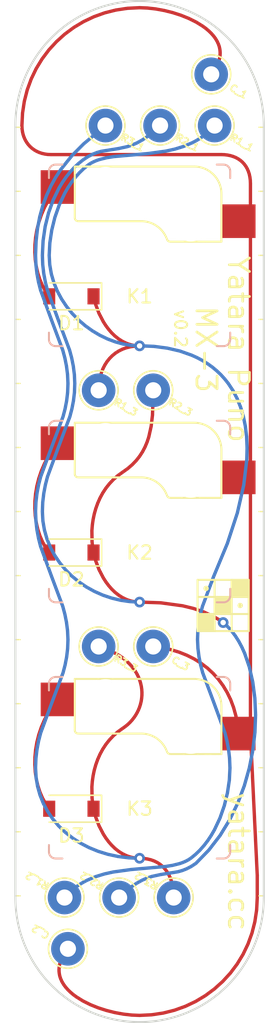
<source format=kicad_pcb>
(kicad_pcb (version 20171130) (host pcbnew 5.0.0+dfsg1-2)

  (general
    (thickness 1.6)
    (drawings 34)
    (tracks 622)
    (zones 0)
    (modules 33)
    (nets 8)
  )

  (page User 148.006 210.007)
  (title_block
    (title "Puno MX-3")
    (rev 0.2)
    (company Yatara)
  )

  (layers
    (0 F.Cu signal)
    (31 B.Cu signal)
    (32 B.Adhes user hide)
    (33 F.Adhes user hide)
    (34 B.Paste user hide)
    (35 F.Paste user hide)
    (36 B.SilkS user)
    (37 F.SilkS user)
    (38 B.Mask user)
    (39 F.Mask user)
    (40 Dwgs.User user hide)
    (41 Cmts.User user hide)
    (42 Eco1.User user hide)
    (43 Eco2.User user hide)
    (44 Edge.Cuts user)
    (45 Margin user hide)
    (46 B.CrtYd user hide)
    (47 F.CrtYd user hide)
    (48 B.Fab user hide)
    (49 F.Fab user hide)
  )

  (setup
    (last_trace_width 0.25)
    (trace_clearance 0.2)
    (zone_clearance 0.508)
    (zone_45_only no)
    (trace_min 0.2)
    (segment_width 0.2)
    (edge_width 0.15)
    (via_size 0.8)
    (via_drill 0.4)
    (via_min_size 0.4)
    (via_min_drill 0.3)
    (uvia_size 0.3)
    (uvia_drill 0.1)
    (uvias_allowed no)
    (uvia_min_size 0.2)
    (uvia_min_drill 0.1)
    (pcb_text_width 0.3)
    (pcb_text_size 1.5 1.5)
    (mod_edge_width 0.15)
    (mod_text_size 1 1)
    (mod_text_width 0.15)
    (pad_size 2.5 2.5)
    (pad_drill 1.2)
    (pad_to_mask_clearance 0.2)
    (aux_axis_origin 0 0)
    (grid_origin 74 24)
    (visible_elements FFFFFF7F)
    (pcbplotparams
      (layerselection 0x010fc_ffffffff)
      (usegerberextensions false)
      (usegerberattributes false)
      (usegerberadvancedattributes false)
      (creategerberjobfile false)
      (excludeedgelayer true)
      (linewidth 0.100000)
      (plotframeref false)
      (viasonmask false)
      (mode 1)
      (useauxorigin false)
      (hpglpennumber 1)
      (hpglpenspeed 20)
      (hpglpendiameter 15.000000)
      (psnegative false)
      (psa4output false)
      (plotreference true)
      (plotvalue true)
      (plotinvisibletext false)
      (padsonsilk false)
      (subtractmaskfromsilk false)
      (outputformat 1)
      (mirror false)
      (drillshape 0)
      (scaleselection 1)
      (outputdirectory "gerber/"))
  )

  (net 0 "")
  (net 1 "Net-(D1-Pad2)")
  (net 2 "Net-(D2-Pad2)")
  (net 3 "Net-(D3-Pad2)")
  (net 4 "Net-(C_1-Pad1)")
  (net 5 "Net-(D1-Pad1)")
  (net 6 "Net-(D2-Pad1)")
  (net 7 "Net-(D3-Pad1)")

  (net_class Default "This is the default net class."
    (clearance 0.2)
    (trace_width 0.25)
    (via_dia 0.8)
    (via_drill 0.4)
    (uvia_dia 0.3)
    (uvia_drill 0.1)
    (add_net "Net-(C_1-Pad1)")
    (add_net "Net-(D1-Pad1)")
    (add_net "Net-(D1-Pad2)")
    (add_net "Net-(D2-Pad1)")
    (add_net "Net-(D2-Pad2)")
    (add_net "Net-(D3-Pad1)")
    (add_net "Net-(D3-Pad2)")
  )

  (module Diode_SMD:D_SOD-123 (layer F.Cu) (tedit 58645DC7) (tstamp 5C4D093A)
    (at 68.92 46.098 180)
    (descr SOD-123)
    (tags SOD-123)
    (path /5C40BBEC)
    (attr smd)
    (fp_text reference D1 (at 0 -2 180) (layer F.SilkS)
      (effects (font (size 1 1) (thickness 0.15)))
    )
    (fp_text value D (at 0 2.1 180) (layer F.Fab)
      (effects (font (size 1 1) (thickness 0.15)))
    )
    (fp_line (start -2.25 -1) (end 1.65 -1) (layer F.SilkS) (width 0.12))
    (fp_line (start -2.25 1) (end 1.65 1) (layer F.SilkS) (width 0.12))
    (fp_line (start -2.35 -1.15) (end -2.35 1.15) (layer F.CrtYd) (width 0.05))
    (fp_line (start 2.35 1.15) (end -2.35 1.15) (layer F.CrtYd) (width 0.05))
    (fp_line (start 2.35 -1.15) (end 2.35 1.15) (layer F.CrtYd) (width 0.05))
    (fp_line (start -2.35 -1.15) (end 2.35 -1.15) (layer F.CrtYd) (width 0.05))
    (fp_line (start -1.4 -0.9) (end 1.4 -0.9) (layer F.Fab) (width 0.1))
    (fp_line (start 1.4 -0.9) (end 1.4 0.9) (layer F.Fab) (width 0.1))
    (fp_line (start 1.4 0.9) (end -1.4 0.9) (layer F.Fab) (width 0.1))
    (fp_line (start -1.4 0.9) (end -1.4 -0.9) (layer F.Fab) (width 0.1))
    (fp_line (start -0.75 0) (end -0.35 0) (layer F.Fab) (width 0.1))
    (fp_line (start -0.35 0) (end -0.35 -0.55) (layer F.Fab) (width 0.1))
    (fp_line (start -0.35 0) (end -0.35 0.55) (layer F.Fab) (width 0.1))
    (fp_line (start -0.35 0) (end 0.25 -0.4) (layer F.Fab) (width 0.1))
    (fp_line (start 0.25 -0.4) (end 0.25 0.4) (layer F.Fab) (width 0.1))
    (fp_line (start 0.25 0.4) (end -0.35 0) (layer F.Fab) (width 0.1))
    (fp_line (start 0.25 0) (end 0.75 0) (layer F.Fab) (width 0.1))
    (fp_line (start -2.25 -1) (end -2.25 1) (layer F.SilkS) (width 0.12))
    (fp_text user %R (at 0 -2 180) (layer F.Fab)
      (effects (font (size 1 1) (thickness 0.15)))
    )
    (pad 2 smd rect (at 1.65 0 180) (size 0.9 1.2) (layers F.Cu F.Paste F.Mask)
      (net 1 "Net-(D1-Pad2)"))
    (pad 1 smd rect (at -1.65 0 180) (size 0.9 1.2) (layers F.Cu F.Paste F.Mask)
      (net 5 "Net-(D1-Pad1)"))
    (model ${KISYS3DMOD}/Diode_SMD.3dshapes/D_SOD-123.wrl
      (at (xyz 0 0 0))
      (scale (xyz 1 1 1))
      (rotate (xyz 0 0 0))
    )
  )

  (module Diode_SMD:D_SOD-123 (layer F.Cu) (tedit 58645DC7) (tstamp 5C4D094D)
    (at 68.92 65.148 180)
    (descr SOD-123)
    (tags SOD-123)
    (path /5C40BCC9)
    (attr smd)
    (fp_text reference D2 (at 0 -2 180) (layer F.SilkS)
      (effects (font (size 1 1) (thickness 0.15)))
    )
    (fp_text value D (at 0 2.1 180) (layer F.Fab)
      (effects (font (size 1 1) (thickness 0.15)))
    )
    (fp_line (start -2.25 -1) (end 1.65 -1) (layer F.SilkS) (width 0.12))
    (fp_line (start -2.25 1) (end 1.65 1) (layer F.SilkS) (width 0.12))
    (fp_line (start -2.35 -1.15) (end -2.35 1.15) (layer F.CrtYd) (width 0.05))
    (fp_line (start 2.35 1.15) (end -2.35 1.15) (layer F.CrtYd) (width 0.05))
    (fp_line (start 2.35 -1.15) (end 2.35 1.15) (layer F.CrtYd) (width 0.05))
    (fp_line (start -2.35 -1.15) (end 2.35 -1.15) (layer F.CrtYd) (width 0.05))
    (fp_line (start -1.4 -0.9) (end 1.4 -0.9) (layer F.Fab) (width 0.1))
    (fp_line (start 1.4 -0.9) (end 1.4 0.9) (layer F.Fab) (width 0.1))
    (fp_line (start 1.4 0.9) (end -1.4 0.9) (layer F.Fab) (width 0.1))
    (fp_line (start -1.4 0.9) (end -1.4 -0.9) (layer F.Fab) (width 0.1))
    (fp_line (start -0.75 0) (end -0.35 0) (layer F.Fab) (width 0.1))
    (fp_line (start -0.35 0) (end -0.35 -0.55) (layer F.Fab) (width 0.1))
    (fp_line (start -0.35 0) (end -0.35 0.55) (layer F.Fab) (width 0.1))
    (fp_line (start -0.35 0) (end 0.25 -0.4) (layer F.Fab) (width 0.1))
    (fp_line (start 0.25 -0.4) (end 0.25 0.4) (layer F.Fab) (width 0.1))
    (fp_line (start 0.25 0.4) (end -0.35 0) (layer F.Fab) (width 0.1))
    (fp_line (start 0.25 0) (end 0.75 0) (layer F.Fab) (width 0.1))
    (fp_line (start -2.25 -1) (end -2.25 1) (layer F.SilkS) (width 0.12))
    (fp_text user %R (at 0 -2 180) (layer F.Fab)
      (effects (font (size 1 1) (thickness 0.15)))
    )
    (pad 2 smd rect (at 1.65 0 180) (size 0.9 1.2) (layers F.Cu F.Paste F.Mask)
      (net 2 "Net-(D2-Pad2)"))
    (pad 1 smd rect (at -1.65 0 180) (size 0.9 1.2) (layers F.Cu F.Paste F.Mask)
      (net 6 "Net-(D2-Pad1)"))
    (model ${KISYS3DMOD}/Diode_SMD.3dshapes/D_SOD-123.wrl
      (at (xyz 0 0 0))
      (scale (xyz 1 1 1))
      (rotate (xyz 0 0 0))
    )
  )

  (module Diode_SMD:D_SOD-123 (layer F.Cu) (tedit 58645DC7) (tstamp 5C4D0960)
    (at 68.92 84.198 180)
    (descr SOD-123)
    (tags SOD-123)
    (path /5C40BCF5)
    (attr smd)
    (fp_text reference D3 (at 0 -2 180) (layer F.SilkS)
      (effects (font (size 1 1) (thickness 0.15)))
    )
    (fp_text value D (at 0 2.1 180) (layer F.Fab)
      (effects (font (size 1 1) (thickness 0.15)))
    )
    (fp_line (start -2.25 -1) (end 1.65 -1) (layer F.SilkS) (width 0.12))
    (fp_line (start -2.25 1) (end 1.65 1) (layer F.SilkS) (width 0.12))
    (fp_line (start -2.35 -1.15) (end -2.35 1.15) (layer F.CrtYd) (width 0.05))
    (fp_line (start 2.35 1.15) (end -2.35 1.15) (layer F.CrtYd) (width 0.05))
    (fp_line (start 2.35 -1.15) (end 2.35 1.15) (layer F.CrtYd) (width 0.05))
    (fp_line (start -2.35 -1.15) (end 2.35 -1.15) (layer F.CrtYd) (width 0.05))
    (fp_line (start -1.4 -0.9) (end 1.4 -0.9) (layer F.Fab) (width 0.1))
    (fp_line (start 1.4 -0.9) (end 1.4 0.9) (layer F.Fab) (width 0.1))
    (fp_line (start 1.4 0.9) (end -1.4 0.9) (layer F.Fab) (width 0.1))
    (fp_line (start -1.4 0.9) (end -1.4 -0.9) (layer F.Fab) (width 0.1))
    (fp_line (start -0.75 0) (end -0.35 0) (layer F.Fab) (width 0.1))
    (fp_line (start -0.35 0) (end -0.35 -0.55) (layer F.Fab) (width 0.1))
    (fp_line (start -0.35 0) (end -0.35 0.55) (layer F.Fab) (width 0.1))
    (fp_line (start -0.35 0) (end 0.25 -0.4) (layer F.Fab) (width 0.1))
    (fp_line (start 0.25 -0.4) (end 0.25 0.4) (layer F.Fab) (width 0.1))
    (fp_line (start 0.25 0.4) (end -0.35 0) (layer F.Fab) (width 0.1))
    (fp_line (start 0.25 0) (end 0.75 0) (layer F.Fab) (width 0.1))
    (fp_line (start -2.25 -1) (end -2.25 1) (layer F.SilkS) (width 0.12))
    (fp_text user %R (at 0 -2 180) (layer F.Fab)
      (effects (font (size 1 1) (thickness 0.15)))
    )
    (pad 2 smd rect (at 1.65 0 180) (size 0.9 1.2) (layers F.Cu F.Paste F.Mask)
      (net 3 "Net-(D3-Pad2)"))
    (pad 1 smd rect (at -1.65 0 180) (size 0.9 1.2) (layers F.Cu F.Paste F.Mask)
      (net 7 "Net-(D3-Pad1)"))
    (model ${KISYS3DMOD}/Diode_SMD.3dshapes/D_SOD-123.wrl
      (at (xyz 0 0 0))
      (scale (xyz 1 1 1))
      (rotate (xyz 0 0 0))
    )
  )

  (module TestPoint:TestPoint_THTPad_D2.5mm_Drill1.2mm (layer F.Cu) (tedit 5A0F774F) (tstamp 5C58B4B8)
    (at 71.46 33.398)
    (descr "THT pad as test Point, diameter 2.5mm, hole diameter 1.2mm ")
    (tags "test point THT pad")
    (path /5C40CB53)
    (attr virtual)
    (fp_text reference R3_1 (at 2.032 1.27 -30) (layer F.SilkS)
      (effects (font (size 0.5 0.5) (thickness 0.125)))
    )
    (fp_text value TestPoint (at 0 2.25) (layer F.Fab)
      (effects (font (size 1 1) (thickness 0.15)))
    )
    (fp_circle (center 0 0) (end 0 1.45) (layer F.SilkS) (width 0.12))
    (fp_circle (center 0 0) (end 1.75 0) (layer F.CrtYd) (width 0.05))
    (fp_text user %R (at 0 -2.15) (layer F.Fab)
      (effects (font (size 1 1) (thickness 0.15)))
    )
    (pad 1 thru_hole circle (at 0 0) (size 2.5 2.5) (drill 1.2) (layers *.Cu *.Mask)
      (net 7 "Net-(D3-Pad1)"))
  )

  (module TestPoint:TestPoint_THTPad_D2.5mm_Drill1.2mm (layer F.Cu) (tedit 5A0F774F) (tstamp 5C58B45E)
    (at 79.588 33.398)
    (descr "THT pad as test Point, diameter 2.5mm, hole diameter 1.2mm ")
    (tags "test point THT pad")
    (path /5C40CBCD)
    (attr virtual)
    (fp_text reference R1_1 (at 2.032 1.27 -30) (layer F.SilkS)
      (effects (font (size 0.5 0.5) (thickness 0.125)))
    )
    (fp_text value TestPoint (at 0 2.25) (layer F.Fab)
      (effects (font (size 1 1) (thickness 0.15)))
    )
    (fp_text user %R (at 0 -2.15) (layer F.Fab)
      (effects (font (size 1 1) (thickness 0.15)))
    )
    (fp_circle (center 0 0) (end 1.75 0) (layer F.CrtYd) (width 0.05))
    (fp_circle (center 0 0) (end 0 1.45) (layer F.SilkS) (width 0.12))
    (pad 1 thru_hole circle (at 0 0) (size 2.5 2.5) (drill 1.2) (layers *.Cu *.Mask)
      (net 5 "Net-(D1-Pad1)"))
  )

  (module TestPoint:TestPoint_THTPad_D2.5mm_Drill1.2mm (layer F.Cu) (tedit 5A0F774F) (tstamp 5C58B4A0)
    (at 75.524 33.398)
    (descr "THT pad as test Point, diameter 2.5mm, hole diameter 1.2mm ")
    (tags "test point THT pad")
    (path /5C40CB8B)
    (attr virtual)
    (fp_text reference R2_1 (at 2.032 1.27 -30) (layer F.SilkS)
      (effects (font (size 0.5 0.5) (thickness 0.125)))
    )
    (fp_text value TestPoint (at 0 2.25) (layer F.Fab)
      (effects (font (size 1 1) (thickness 0.15)))
    )
    (fp_text user %R (at 0 -2.15) (layer F.Fab)
      (effects (font (size 1 1) (thickness 0.15)))
    )
    (fp_circle (center 0 0) (end 1.75 0) (layer F.CrtYd) (width 0.05))
    (fp_circle (center 0 0) (end 0 1.45) (layer F.SilkS) (width 0.12))
    (pad 1 thru_hole circle (at 0 0) (size 2.5 2.5) (drill 1.2) (layers *.Cu *.Mask)
      (net 6 "Net-(D2-Pad1)"))
  )

  (module Yatara:Kailh_PCB_Socket_1511_MX (layer F.Cu) (tedit 5C4CE0C5) (tstamp 5C589B61)
    (at 74 43.05)
    (path /5C40B6B6)
    (fp_text reference K1 (at 0 3.05) (layer F.SilkS)
      (effects (font (size 1 1) (thickness 0.15)))
    )
    (fp_text value KEYSW (at 0 -0.5) (layer F.Fab)
      (effects (font (size 1 1) (thickness 0.15)))
    )
    (fp_line (start -6.25 -6.75) (end -5.75 -6.75) (layer B.SilkS) (width 0.15))
    (fp_line (start -6.75 -6.25) (end -6.75 -5.75) (layer B.SilkS) (width 0.15))
    (fp_line (start -6.75 6.25) (end -6.75 5.75) (layer B.SilkS) (width 0.15))
    (fp_line (start -6.25 6.75) (end -5.75 6.75) (layer B.SilkS) (width 0.15))
    (fp_line (start 6.25 6.75) (end 5.75 6.75) (layer B.SilkS) (width 0.15))
    (fp_line (start 6.75 6.25) (end 6.75 5.75) (layer B.SilkS) (width 0.15))
    (fp_line (start 6.75 -6.25) (end 6.75 -5.75) (layer B.SilkS) (width 0.15))
    (fp_line (start 6.25 -6.75) (end 5.75 -6.75) (layer B.SilkS) (width 0.15))
    (fp_arc (start -6.25 -6.25) (end -6.25 -6.75) (angle -90) (layer B.SilkS) (width 0.15))
    (fp_arc (start -6.25 6.25) (end -6.75 6.25) (angle -90) (layer B.SilkS) (width 0.15))
    (fp_arc (start 6.25 6.25) (end 6.25 6.75) (angle -90) (layer B.SilkS) (width 0.15))
    (fp_arc (start 6.25 -6.25) (end 6.75 -6.25) (angle -90) (layer B.SilkS) (width 0.15))
    (fp_line (start -7 7) (end 7 7) (layer B.CrtYd) (width 0.05))
    (fp_line (start -7 -7) (end -7 7) (layer B.CrtYd) (width 0.05))
    (fp_line (start 7 -7) (end -7 -7) (layer B.CrtYd) (width 0.05))
    (fp_line (start 7 7) (end 7 -7) (layer B.CrtYd) (width 0.05))
    (fp_line (start -7.62 -0.76) (end 8.89 -0.76) (layer F.CrtYd) (width 0.05))
    (fp_line (start -7.62 -6.86) (end -7.62 -0.76) (layer F.CrtYd) (width 0.05))
    (fp_line (start 8.89 -6.86) (end -7.62 -6.86) (layer F.CrtYd) (width 0.05))
    (fp_line (start 8.89 -0.76) (end 8.89 -6.86) (layer F.CrtYd) (width 0.05))
    (fp_arc (start 2.286 -1.27) (end 2.286 -1.016) (angle 69) (layer F.SilkS) (width 0.15))
    (fp_arc (start 0.127 -0.508) (end 0.127 -2.54) (angle 69) (layer F.SilkS) (width 0.15))
    (fp_arc (start -4.572 -2.794) (end -4.826 -2.794) (angle -90) (layer F.SilkS) (width 0.15))
    (fp_line (start 0.127 -2.54) (end -4.572 -2.54) (layer F.SilkS) (width 0.15))
    (fp_line (start 6.096 -1.016) (end 2.286 -1.016) (layer F.SilkS) (width 0.15))
    (fp_arc (start 4.064 -4.572) (end 6.096 -4.572) (angle -90) (layer F.SilkS) (width 0.15))
    (fp_line (start 6.096 -1.016) (end 6.096 -4.572) (layer F.SilkS) (width 0.15))
    (fp_line (start -4.826 -6.604) (end -4.826 -2.794) (layer F.SilkS) (width 0.15))
    (fp_line (start 4.064 -6.604) (end -4.826 -6.604) (layer F.SilkS) (width 0.15))
    (pad 1 smd rect (at 7.36 -2.54) (size 2.55 2.5) (layers F.Cu F.Paste F.Mask)
      (net 4 "Net-(C_1-Pad1)"))
    (pad 2 smd rect (at -6.09 -5.08) (size 2.55 2.5) (layers F.Cu F.Paste F.Mask)
      (net 1 "Net-(D1-Pad2)"))
    (pad "" np_thru_hole circle (at 3.81 -2.54) (size 3 3) (drill 3) (layers *.Cu *.Mask))
    (pad "" np_thru_hole circle (at -2.54 -5.08) (size 3 3) (drill 3) (layers *.Cu *.Mask))
    (pad "" np_thru_hole circle (at -5.08 0) (size 1.7 1.7) (drill 1.7) (layers *.Cu *.Mask))
    (pad "" np_thru_hole circle (at 5.08 0) (size 1.7 1.7) (drill 1.7) (layers *.Cu *.Mask))
    (pad "" np_thru_hole circle (at 0 0) (size 4 4) (drill 4) (layers *.Cu *.Mask))
  )

  (module Yatara:Kailh_PCB_Socket_1511_MX (layer F.Cu) (tedit 5C4CE0C5) (tstamp 5C633200)
    (at 74 81.15)
    (path /5C40B83B)
    (fp_text reference K3 (at 0 3.05) (layer F.SilkS)
      (effects (font (size 1 1) (thickness 0.15)))
    )
    (fp_text value KEYSW (at 0 -0.5) (layer F.Fab)
      (effects (font (size 1 1) (thickness 0.15)))
    )
    (fp_line (start -6.25 -6.75) (end -5.75 -6.75) (layer B.SilkS) (width 0.15))
    (fp_line (start -6.75 -6.25) (end -6.75 -5.75) (layer B.SilkS) (width 0.15))
    (fp_line (start -6.75 6.25) (end -6.75 5.75) (layer B.SilkS) (width 0.15))
    (fp_line (start -6.25 6.75) (end -5.75 6.75) (layer B.SilkS) (width 0.15))
    (fp_line (start 6.25 6.75) (end 5.75 6.75) (layer B.SilkS) (width 0.15))
    (fp_line (start 6.75 6.25) (end 6.75 5.75) (layer B.SilkS) (width 0.15))
    (fp_line (start 6.75 -6.25) (end 6.75 -5.75) (layer B.SilkS) (width 0.15))
    (fp_line (start 6.25 -6.75) (end 5.75 -6.75) (layer B.SilkS) (width 0.15))
    (fp_arc (start -6.25 -6.25) (end -6.25 -6.75) (angle -90) (layer B.SilkS) (width 0.15))
    (fp_arc (start -6.25 6.25) (end -6.75 6.25) (angle -90) (layer B.SilkS) (width 0.15))
    (fp_arc (start 6.25 6.25) (end 6.25 6.75) (angle -90) (layer B.SilkS) (width 0.15))
    (fp_arc (start 6.25 -6.25) (end 6.75 -6.25) (angle -90) (layer B.SilkS) (width 0.15))
    (fp_line (start -7 7) (end 7 7) (layer B.CrtYd) (width 0.05))
    (fp_line (start -7 -7) (end -7 7) (layer B.CrtYd) (width 0.05))
    (fp_line (start 7 -7) (end -7 -7) (layer B.CrtYd) (width 0.05))
    (fp_line (start 7 7) (end 7 -7) (layer B.CrtYd) (width 0.05))
    (fp_line (start -7.62 -0.76) (end 8.89 -0.76) (layer F.CrtYd) (width 0.05))
    (fp_line (start -7.62 -6.86) (end -7.62 -0.76) (layer F.CrtYd) (width 0.05))
    (fp_line (start 8.89 -6.86) (end -7.62 -6.86) (layer F.CrtYd) (width 0.05))
    (fp_line (start 8.89 -0.76) (end 8.89 -6.86) (layer F.CrtYd) (width 0.05))
    (fp_arc (start 2.286 -1.27) (end 2.286 -1.016) (angle 69) (layer F.SilkS) (width 0.15))
    (fp_arc (start 0.127 -0.508) (end 0.127 -2.54) (angle 69) (layer F.SilkS) (width 0.15))
    (fp_arc (start -4.572 -2.794) (end -4.826 -2.794) (angle -90) (layer F.SilkS) (width 0.15))
    (fp_line (start 0.127 -2.54) (end -4.572 -2.54) (layer F.SilkS) (width 0.15))
    (fp_line (start 6.096 -1.016) (end 2.286 -1.016) (layer F.SilkS) (width 0.15))
    (fp_arc (start 4.064 -4.572) (end 6.096 -4.572) (angle -90) (layer F.SilkS) (width 0.15))
    (fp_line (start 6.096 -1.016) (end 6.096 -4.572) (layer F.SilkS) (width 0.15))
    (fp_line (start -4.826 -6.604) (end -4.826 -2.794) (layer F.SilkS) (width 0.15))
    (fp_line (start 4.064 -6.604) (end -4.826 -6.604) (layer F.SilkS) (width 0.15))
    (pad 1 smd rect (at 7.36 -2.54) (size 2.55 2.5) (layers F.Cu F.Paste F.Mask)
      (net 4 "Net-(C_1-Pad1)"))
    (pad 2 smd rect (at -6.09 -5.08) (size 2.55 2.5) (layers F.Cu F.Paste F.Mask)
      (net 3 "Net-(D3-Pad2)"))
    (pad "" np_thru_hole circle (at 3.81 -2.54) (size 3 3) (drill 3) (layers *.Cu *.Mask))
    (pad "" np_thru_hole circle (at -2.54 -5.08) (size 3 3) (drill 3) (layers *.Cu *.Mask))
    (pad "" np_thru_hole circle (at -5.08 0) (size 1.7 1.7) (drill 1.7) (layers *.Cu *.Mask))
    (pad "" np_thru_hole circle (at 5.08 0) (size 1.7 1.7) (drill 1.7) (layers *.Cu *.Mask))
    (pad "" np_thru_hole circle (at 0 0) (size 4 4) (drill 4) (layers *.Cu *.Mask))
  )

  (module Yatara:Kailh_PCB_Socket_1511_MX (layer F.Cu) (tedit 5C4CE0C5) (tstamp 5C6331D9)
    (at 74 62.1)
    (path /5C40B749)
    (fp_text reference K2 (at 0 3.05) (layer F.SilkS)
      (effects (font (size 1 1) (thickness 0.15)))
    )
    (fp_text value KEYSW (at 0 -0.5) (layer F.Fab)
      (effects (font (size 1 1) (thickness 0.15)))
    )
    (fp_line (start 4.064 -6.604) (end -4.826 -6.604) (layer F.SilkS) (width 0.15))
    (fp_line (start -4.826 -6.604) (end -4.826 -2.794) (layer F.SilkS) (width 0.15))
    (fp_line (start 6.096 -1.016) (end 6.096 -4.572) (layer F.SilkS) (width 0.15))
    (fp_arc (start 4.064 -4.572) (end 6.096 -4.572) (angle -90) (layer F.SilkS) (width 0.15))
    (fp_line (start 6.096 -1.016) (end 2.286 -1.016) (layer F.SilkS) (width 0.15))
    (fp_line (start 0.127 -2.54) (end -4.572 -2.54) (layer F.SilkS) (width 0.15))
    (fp_arc (start -4.572 -2.794) (end -4.826 -2.794) (angle -90) (layer F.SilkS) (width 0.15))
    (fp_arc (start 0.127 -0.508) (end 0.127 -2.54) (angle 69) (layer F.SilkS) (width 0.15))
    (fp_arc (start 2.286 -1.27) (end 2.286 -1.016) (angle 69) (layer F.SilkS) (width 0.15))
    (fp_line (start 8.89 -0.76) (end 8.89 -6.86) (layer F.CrtYd) (width 0.05))
    (fp_line (start 8.89 -6.86) (end -7.62 -6.86) (layer F.CrtYd) (width 0.05))
    (fp_line (start -7.62 -6.86) (end -7.62 -0.76) (layer F.CrtYd) (width 0.05))
    (fp_line (start -7.62 -0.76) (end 8.89 -0.76) (layer F.CrtYd) (width 0.05))
    (fp_line (start 7 7) (end 7 -7) (layer B.CrtYd) (width 0.05))
    (fp_line (start 7 -7) (end -7 -7) (layer B.CrtYd) (width 0.05))
    (fp_line (start -7 -7) (end -7 7) (layer B.CrtYd) (width 0.05))
    (fp_line (start -7 7) (end 7 7) (layer B.CrtYd) (width 0.05))
    (fp_arc (start 6.25 -6.25) (end 6.75 -6.25) (angle -90) (layer B.SilkS) (width 0.15))
    (fp_arc (start 6.25 6.25) (end 6.25 6.75) (angle -90) (layer B.SilkS) (width 0.15))
    (fp_arc (start -6.25 6.25) (end -6.75 6.25) (angle -90) (layer B.SilkS) (width 0.15))
    (fp_arc (start -6.25 -6.25) (end -6.25 -6.75) (angle -90) (layer B.SilkS) (width 0.15))
    (fp_line (start 6.25 -6.75) (end 5.75 -6.75) (layer B.SilkS) (width 0.15))
    (fp_line (start 6.75 -6.25) (end 6.75 -5.75) (layer B.SilkS) (width 0.15))
    (fp_line (start 6.75 6.25) (end 6.75 5.75) (layer B.SilkS) (width 0.15))
    (fp_line (start 6.25 6.75) (end 5.75 6.75) (layer B.SilkS) (width 0.15))
    (fp_line (start -6.25 6.75) (end -5.75 6.75) (layer B.SilkS) (width 0.15))
    (fp_line (start -6.75 6.25) (end -6.75 5.75) (layer B.SilkS) (width 0.15))
    (fp_line (start -6.75 -6.25) (end -6.75 -5.75) (layer B.SilkS) (width 0.15))
    (fp_line (start -6.25 -6.75) (end -5.75 -6.75) (layer B.SilkS) (width 0.15))
    (pad "" np_thru_hole circle (at 0 0) (size 4 4) (drill 4) (layers *.Cu *.Mask))
    (pad "" np_thru_hole circle (at 5.08 0) (size 1.7 1.7) (drill 1.7) (layers *.Cu *.Mask))
    (pad "" np_thru_hole circle (at -5.08 0) (size 1.7 1.7) (drill 1.7) (layers *.Cu *.Mask))
    (pad "" np_thru_hole circle (at -2.54 -5.08) (size 3 3) (drill 3) (layers *.Cu *.Mask))
    (pad "" np_thru_hole circle (at 3.81 -2.54) (size 3 3) (drill 3) (layers *.Cu *.Mask))
    (pad 2 smd rect (at -6.09 -5.08) (size 2.55 2.5) (layers F.Cu F.Paste F.Mask)
      (net 2 "Net-(D2-Pad2)"))
    (pad 1 smd rect (at 7.36 -2.54) (size 2.55 2.5) (layers F.Cu F.Paste F.Mask)
      (net 4 "Net-(C_1-Pad1)"))
  )

  (module TestPoint:TestPoint_THTPad_D2.5mm_Drill1.2mm (layer F.Cu) (tedit 5A0F774F) (tstamp 5C55CCA0)
    (at 76.538 90.802)
    (descr "THT pad as test Point, diameter 2.5mm, hole diameter 1.2mm ")
    (tags "test point THT pad")
    (path /5C5224AB)
    (attr virtual)
    (fp_text reference R3_2 (at -2.032 -1.27 150 unlocked) (layer F.SilkS)
      (effects (font (size 0.5 0.5) (thickness 0.125)))
    )
    (fp_text value TestPoint (at 0 2.25) (layer F.Fab)
      (effects (font (size 1 1) (thickness 0.15)))
    )
    (fp_text user %R (at 0 -2.15) (layer F.Fab)
      (effects (font (size 1 1) (thickness 0.15)))
    )
    (fp_circle (center 0 0) (end 1.75 0) (layer F.CrtYd) (width 0.05))
    (fp_circle (center 0 0) (end 0 1.45) (layer F.SilkS) (width 0.12))
    (pad 1 thru_hole circle (at 0 0) (size 2.5 2.5) (drill 1.2) (layers *.Cu *.Mask)
      (net 7 "Net-(D3-Pad1)"))
  )

  (module TestPoint:TestPoint_THTPad_D2.5mm_Drill1.2mm (layer F.Cu) (tedit 5A0F774F) (tstamp 5C55CC90)
    (at 72.476 90.802)
    (descr "THT pad as test Point, diameter 2.5mm, hole diameter 1.2mm ")
    (tags "test point THT pad")
    (path /5C5222B9)
    (attr virtual)
    (fp_text reference R2_2 (at -2.032 -1.27 150 unlocked) (layer F.SilkS)
      (effects (font (size 0.5 0.5) (thickness 0.125)))
    )
    (fp_text value TestPoint (at 0 2.25) (layer F.Fab)
      (effects (font (size 1 1) (thickness 0.15)))
    )
    (fp_text user %R (at 0 -2.15) (layer F.Fab)
      (effects (font (size 1 1) (thickness 0.15)))
    )
    (fp_circle (center 0 0) (end 1.75 0) (layer F.CrtYd) (width 0.05))
    (fp_circle (center 0 0) (end 0 1.45) (layer F.SilkS) (width 0.12))
    (pad 1 thru_hole circle (at 0 0) (size 2.5 2.5) (drill 1.2) (layers *.Cu *.Mask)
      (net 6 "Net-(D2-Pad1)"))
  )

  (module TestPoint:TestPoint_THTPad_D2.5mm_Drill1.2mm (layer F.Cu) (tedit 5C55CF23) (tstamp 5C55D107)
    (at 68.41 90.802)
    (descr "THT pad as test Point, diameter 2.5mm, hole diameter 1.2mm ")
    (tags "test point THT pad")
    (path /5C5220BF)
    (attr virtual)
    (fp_text reference R1_2 (at -2.032 -1.27 150 unlocked) (layer F.SilkS)
      (effects (font (size 0.5 0.5) (thickness 0.125)))
    )
    (fp_text value TestPoint (at 0 2.25) (layer F.Fab)
      (effects (font (size 1 1) (thickness 0.15)))
    )
    (fp_circle (center 0 0) (end 0 1.45) (layer F.SilkS) (width 0.12))
    (fp_circle (center 0 0) (end 1.75 0) (layer F.CrtYd) (width 0.05))
    (fp_text user %R (at 0 -2.15) (layer F.Fab)
      (effects (font (size 1 1) (thickness 0.15)))
    )
    (pad 1 thru_hole circle (at 0 0) (size 2.5 2.5) (drill 1.2) (layers *.Cu *.Mask)
      (net 5 "Net-(D1-Pad1)"))
  )

  (module TestPoint:TestPoint_THTPad_D2.5mm_Drill1.2mm (layer F.Cu) (tedit 5A0F774F) (tstamp 5C55CC70)
    (at 79.334 29.588)
    (descr "THT pad as test Point, diameter 2.5mm, hole diameter 1.2mm ")
    (tags "test point THT pad")
    (path /5C40CC01)
    (attr virtual)
    (fp_text reference C_1 (at 2.032 1.27 -30) (layer F.SilkS)
      (effects (font (size 0.5 0.5) (thickness 0.125)))
    )
    (fp_text value TestPoint (at 0 2.25) (layer F.Fab)
      (effects (font (size 1 1) (thickness 0.15)))
    )
    (fp_text user %R (at 0 -2.15) (layer F.Fab)
      (effects (font (size 1 1) (thickness 0.15)))
    )
    (fp_circle (center 0 0) (end 1.75 0) (layer F.CrtYd) (width 0.05))
    (fp_circle (center 0 0) (end 0 1.45) (layer F.SilkS) (width 0.12))
    (pad 1 thru_hole circle (at 0 0) (size 2.5 2.5) (drill 1.2) (layers *.Cu *.Mask)
      (net 4 "Net-(C_1-Pad1)"))
  )

  (module TestPoint:TestPoint_THTPad_D2.5mm_Drill1.2mm (layer F.Cu) (tedit 5A0F774F) (tstamp 5C633B8E)
    (at 68.664 94.612)
    (descr "THT pad as test Point, diameter 2.5mm, hole diameter 1.2mm ")
    (tags "test point THT pad")
    (path /5C51FCE8)
    (attr virtual)
    (fp_text reference C_2 (at -2.032 -1.27 150 unlocked) (layer F.SilkS)
      (effects (font (size 0.5 0.5) (thickness 0.125)))
    )
    (fp_text value TestPoint (at 0 2.25) (layer F.Fab)
      (effects (font (size 1 1) (thickness 0.15)))
    )
    (fp_circle (center 0 0) (end 0 1.45) (layer F.SilkS) (width 0.12))
    (fp_circle (center 0 0) (end 1.75 0) (layer F.CrtYd) (width 0.05))
    (fp_text user %R (at 0 -2.15) (layer F.Fab)
      (effects (font (size 1 1) (thickness 0.15)))
    )
    (pad 1 thru_hole circle (at 0 0) (size 2.5 2.5) (drill 1.2) (layers *.Cu *.Mask)
      (net 4 "Net-(C_1-Pad1)"))
  )

  (module TestPoint:TestPoint_THTPad_D2.5mm_Drill1.2mm (layer F.Cu) (tedit 5C5DAE2B) (tstamp 5C55CC70)
    (at 75.016 72.133)
    (descr "THT pad as test Point, diameter 2.5mm, hole diameter 1.2mm ")
    (tags "test point THT pad")
    (path /5C5601ED)
    (attr virtual)
    (fp_text reference C_3 (at 2.032 1.27 -30) (layer F.SilkS)
      (effects (font (size 0.5 0.5) (thickness 0.125)))
    )
    (fp_text value TestPoint (at 0 2.25) (layer F.Fab)
      (effects (font (size 1 1) (thickness 0.15)))
    )
    (fp_text user %R (at 0 -2.15) (layer F.Fab)
      (effects (font (size 1 1) (thickness 0.15)))
    )
    (fp_circle (center 0 0) (end 1.75 0) (layer F.CrtYd) (width 0.05))
    (fp_circle (center 0 0) (end 0 1.45) (layer F.SilkS) (width 0.12))
    (pad 1 thru_hole circle (at 0 0) (size 2.5 2.5) (drill 1.2) (layers *.Cu *.Mask)
      (net 4 "Net-(C_1-Pad1)"))
  )

  (module TestPoint:TestPoint_THTPad_D2.5mm_Drill1.2mm (layer F.Cu) (tedit 5A0F774F) (tstamp 5C633D61)
    (at 70.952 53.083)
    (descr "THT pad as test Point, diameter 2.5mm, hole diameter 1.2mm ")
    (tags "test point THT pad")
    (path /5C572D68)
    (attr virtual)
    (fp_text reference R1_3 (at 2.032 1.27 -30) (layer F.SilkS)
      (effects (font (size 0.5 0.5) (thickness 0.125)))
    )
    (fp_text value TestPoint (at 0 2.25) (layer F.Fab)
      (effects (font (size 1 1) (thickness 0.15)))
    )
    (fp_circle (center 0 0) (end 0 1.45) (layer F.SilkS) (width 0.12))
    (fp_circle (center 0 0) (end 1.75 0) (layer F.CrtYd) (width 0.05))
    (fp_text user %R (at 0 -2.15) (layer F.Fab)
      (effects (font (size 1 1) (thickness 0.15)))
    )
    (pad 1 thru_hole circle (at 0 0) (size 2.5 2.5) (drill 1.2) (layers *.Cu *.Mask)
      (net 5 "Net-(D1-Pad1)"))
  )

  (module TestPoint:TestPoint_THTPad_D2.5mm_Drill1.2mm (layer F.Cu) (tedit 5A0F774F) (tstamp 5C6334C9)
    (at 75.016 53.083)
    (descr "THT pad as test Point, diameter 2.5mm, hole diameter 1.2mm ")
    (tags "test point THT pad")
    (path /5C572E23)
    (attr virtual)
    (fp_text reference R2_3 (at 2.032 1.27 -30) (layer F.SilkS)
      (effects (font (size 0.5 0.5) (thickness 0.125)))
    )
    (fp_text value TestPoint (at 0 2.25) (layer F.Fab)
      (effects (font (size 1 1) (thickness 0.15)))
    )
    (fp_text user %R (at 0 -2.15) (layer F.Fab)
      (effects (font (size 1 1) (thickness 0.15)))
    )
    (fp_circle (center 0 0) (end 1.75 0) (layer F.CrtYd) (width 0.05))
    (fp_circle (center 0 0) (end 0 1.45) (layer F.SilkS) (width 0.12))
    (pad 1 thru_hole circle (at 0 0) (size 2.5 2.5) (drill 1.2) (layers *.Cu *.Mask)
      (net 6 "Net-(D2-Pad1)"))
  )

  (module TestPoint:TestPoint_THTPad_D2.5mm_Drill1.2mm (layer F.Cu) (tedit 5A0F774F) (tstamp 5C6334D1)
    (at 70.952 72.133)
    (descr "THT pad as test Point, diameter 2.5mm, hole diameter 1.2mm ")
    (tags "test point THT pad")
    (path /5C572E6F)
    (attr virtual)
    (fp_text reference R3_3 (at 2.032 1.27 -30) (layer F.SilkS)
      (effects (font (size 0.5 0.5) (thickness 0.125)))
    )
    (fp_text value TestPoint (at 0 2.25) (layer F.Fab)
      (effects (font (size 1 1) (thickness 0.15)))
    )
    (fp_circle (center 0 0) (end 0 1.45) (layer F.SilkS) (width 0.12))
    (fp_circle (center 0 0) (end 1.75 0) (layer F.CrtYd) (width 0.05))
    (fp_text user %R (at 0 -2.15) (layer F.Fab)
      (effects (font (size 1 1) (thickness 0.15)))
    )
    (pad 1 thru_hole circle (at 0 0) (size 2.5 2.5) (drill 1.2) (layers *.Cu *.Mask)
      (net 7 "Net-(D3-Pad1)"))
  )

  (module MountingHole:MountingHole_2.5mm (layer F.Cu) (tedit 5C51EFD3) (tstamp 5C5EA2B3)
    (at 77.048 52.067)
    (descr "Mounting Hole 2.5mm, no annular")
    (tags "mounting hole 2.5mm no annular")
    (attr virtual)
    (fp_text reference REF** (at 0 -3.5) (layer F.SilkS) hide
      (effects (font (size 1 1) (thickness 0.15)))
    )
    (fp_text value MountingHole_2.5mm (at 0 3.5) (layer F.Fab)
      (effects (font (size 1 1) (thickness 0.15)))
    )
    (fp_text user %R (at 0.3 0) (layer F.Fab)
      (effects (font (size 1 1) (thickness 0.15)))
    )
    (fp_circle (center 0 0) (end 2.5 0) (layer Cmts.User) (width 0.15))
    (fp_circle (center 0 0) (end 2.75 0) (layer F.CrtYd) (width 0.05))
    (pad "" np_thru_hole circle (at 0 0) (size 1.2 1.2) (drill 1.2) (layers *.Cu *.Mask))
  )

  (module MountingHole:MountingHole_2.5mm (layer F.Cu) (tedit 5C51EFD3) (tstamp 5C5EA2A5)
    (at 72.984 52.067)
    (descr "Mounting Hole 2.5mm, no annular")
    (tags "mounting hole 2.5mm no annular")
    (attr virtual)
    (fp_text reference REF** (at 0 -3.5) (layer F.SilkS) hide
      (effects (font (size 1 1) (thickness 0.15)))
    )
    (fp_text value MountingHole_2.5mm (at 0 3.5) (layer F.Fab)
      (effects (font (size 1 1) (thickness 0.15)))
    )
    (fp_circle (center 0 0) (end 2.75 0) (layer F.CrtYd) (width 0.05))
    (fp_circle (center 0 0) (end 2.5 0) (layer Cmts.User) (width 0.15))
    (fp_text user %R (at 0.3 0) (layer F.Fab)
      (effects (font (size 1 1) (thickness 0.15)))
    )
    (pad "" np_thru_hole circle (at 0 0) (size 1.2 1.2) (drill 1.2) (layers *.Cu *.Mask))
  )

  (module MountingHole:MountingHole_2.5mm (layer F.Cu) (tedit 5C51EFD3) (tstamp 5C5EA28F)
    (at 77.048 71.117)
    (descr "Mounting Hole 2.5mm, no annular")
    (tags "mounting hole 2.5mm no annular")
    (attr virtual)
    (fp_text reference REF** (at 0 -3.5) (layer F.SilkS) hide
      (effects (font (size 1 1) (thickness 0.15)))
    )
    (fp_text value MountingHole_2.5mm (at 0 3.5) (layer F.Fab)
      (effects (font (size 1 1) (thickness 0.15)))
    )
    (fp_text user %R (at 0.3 0) (layer F.Fab)
      (effects (font (size 1 1) (thickness 0.15)))
    )
    (fp_circle (center 0 0) (end 2.5 0) (layer Cmts.User) (width 0.15))
    (fp_circle (center 0 0) (end 2.75 0) (layer F.CrtYd) (width 0.05))
    (pad "" np_thru_hole circle (at 0 0) (size 1.2 1.2) (drill 1.2) (layers *.Cu *.Mask))
  )

  (module MountingHole:MountingHole_2.5mm (layer F.Cu) (tedit 5C51EFD3) (tstamp 5C5EA24D)
    (at 72.984 71.117)
    (descr "Mounting Hole 2.5mm, no annular")
    (tags "mounting hole 2.5mm no annular")
    (attr virtual)
    (fp_text reference REF** (at 0 -3.5) (layer F.SilkS) hide
      (effects (font (size 1 1) (thickness 0.15)))
    )
    (fp_text value MountingHole_2.5mm (at 0 3.5) (layer F.Fab)
      (effects (font (size 1 1) (thickness 0.15)))
    )
    (fp_circle (center 0 0) (end 2.75 0) (layer F.CrtYd) (width 0.05))
    (fp_circle (center 0 0) (end 2.5 0) (layer Cmts.User) (width 0.15))
    (fp_text user %R (at 0.3 0) (layer F.Fab)
      (effects (font (size 1 1) (thickness 0.15)))
    )
    (pad "" np_thru_hole circle (at 0 0) (size 1.2 1.2) (drill 1.2) (layers *.Cu *.Mask))
  )

  (module MountingHole:MountingHole_2.5mm (layer F.Cu) (tedit 5C55C5A0) (tstamp 5C5B7415)
    (at 69.682 96.644)
    (descr "Mounting Hole 2.5mm, no annular")
    (tags "mounting hole 2.5mm no annular")
    (attr virtual)
    (fp_text reference REF** (at 0 -3.5) (layer F.SilkS) hide
      (effects (font (size 1 1) (thickness 0.15)))
    )
    (fp_text value MountingHole_2.5mm (at 0 3.5) (layer F.Fab)
      (effects (font (size 1 1) (thickness 0.15)))
    )
    (fp_circle (center 0 0) (end 2.75 0) (layer F.CrtYd) (width 0.05))
    (fp_circle (center 0 0) (end 2.5 0) (layer Cmts.User) (width 0.15))
    (fp_text user %R (at 0.3 0) (layer F.Fab)
      (effects (font (size 1 1) (thickness 0.15)))
    )
    (pad "" np_thru_hole circle (at 0 0) (size 1.2 1.2) (drill 1.2) (layers *.Cu *.Mask))
  )

  (module MountingHole:MountingHole_2.5mm (layer F.Cu) (tedit 5C55C5A0) (tstamp 5C55D4C7)
    (at 66.38 91.818)
    (descr "Mounting Hole 2.5mm, no annular")
    (tags "mounting hole 2.5mm no annular")
    (attr virtual)
    (fp_text reference REF** (at 0 -3.5) (layer F.SilkS) hide
      (effects (font (size 1 1) (thickness 0.15)))
    )
    (fp_text value MountingHole_2.5mm (at 0 3.5) (layer F.Fab)
      (effects (font (size 1 1) (thickness 0.15)))
    )
    (fp_text user %R (at 0.3 0) (layer F.Fab)
      (effects (font (size 1 1) (thickness 0.15)))
    )
    (fp_circle (center 0 0) (end 2.5 0) (layer Cmts.User) (width 0.15))
    (fp_circle (center 0 0) (end 2.75 0) (layer F.CrtYd) (width 0.05))
    (pad "" np_thru_hole circle (at 0 0) (size 1.2 1.2) (drill 1.2) (layers *.Cu *.Mask))
  )

  (module MountingHole:MountingHole_2.5mm (layer F.Cu) (tedit 5C51EFD3) (tstamp 5C52CCDB)
    (at 74.508 91.818)
    (descr "Mounting Hole 2.5mm, no annular")
    (tags "mounting hole 2.5mm no annular")
    (attr virtual)
    (fp_text reference REF** (at 0 -3.5) (layer F.SilkS) hide
      (effects (font (size 1 1) (thickness 0.15)))
    )
    (fp_text value MountingHole_2.5mm (at 0 3.5) (layer F.Fab)
      (effects (font (size 1 1) (thickness 0.15)))
    )
    (fp_circle (center 0 0) (end 2.75 0) (layer F.CrtYd) (width 0.05))
    (fp_circle (center 0 0) (end 2.5 0) (layer Cmts.User) (width 0.15))
    (fp_text user %R (at 0.3 0) (layer F.Fab)
      (effects (font (size 1 1) (thickness 0.15)))
    )
    (pad "" np_thru_hole circle (at 0 0) (size 1.2 1.2) (drill 1.2) (layers *.Cu *.Mask))
  )

  (module MountingHole:MountingHole_2.5mm (layer F.Cu) (tedit 5C51EFD3) (tstamp 5C52CCD4)
    (at 70.444 91.818)
    (descr "Mounting Hole 2.5mm, no annular")
    (tags "mounting hole 2.5mm no annular")
    (attr virtual)
    (fp_text reference REF** (at 0 -3.5) (layer F.SilkS) hide
      (effects (font (size 1 1) (thickness 0.15)))
    )
    (fp_text value MountingHole_2.5mm (at 0 3.5) (layer F.Fab)
      (effects (font (size 1 1) (thickness 0.15)))
    )
    (fp_text user %R (at 0.3 0) (layer F.Fab)
      (effects (font (size 1 1) (thickness 0.15)))
    )
    (fp_circle (center 0 0) (end 2.5 0) (layer Cmts.User) (width 0.15))
    (fp_circle (center 0 0) (end 2.75 0) (layer F.CrtYd) (width 0.05))
    (pad "" np_thru_hole circle (at 0 0) (size 1.2 1.2) (drill 1.2) (layers *.Cu *.Mask))
  )

  (module MountingHole:MountingHole_2.5mm (layer F.Cu) (tedit 5C51EFD3) (tstamp 5C58B446)
    (at 81.62 32.382)
    (descr "Mounting Hole 2.5mm, no annular")
    (tags "mounting hole 2.5mm no annular")
    (attr virtual)
    (fp_text reference REF** (at 0 -3.5) (layer F.SilkS) hide
      (effects (font (size 1 1) (thickness 0.15)))
    )
    (fp_text value MountingHole_2.5mm (at 0 3.5) (layer F.Fab)
      (effects (font (size 1 1) (thickness 0.15)))
    )
    (fp_text user %R (at 0.3 0) (layer F.Fab)
      (effects (font (size 1 1) (thickness 0.15)))
    )
    (fp_circle (center 0 0) (end 2.5 0) (layer Cmts.User) (width 0.15))
    (fp_circle (center 0 0) (end 2.75 0) (layer F.CrtYd) (width 0.05))
    (pad "" np_thru_hole circle (at 0 0) (size 1.2 1.2) (drill 1.2) (layers *.Cu *.Mask))
  )

  (module MountingHole:MountingHole_2.5mm (layer F.Cu) (tedit 5C55C5A0) (tstamp 5C58B407)
    (at 77.556 32.382)
    (descr "Mounting Hole 2.5mm, no annular")
    (tags "mounting hole 2.5mm no annular")
    (attr virtual)
    (fp_text reference REF** (at 0 -3.5) (layer F.SilkS) hide
      (effects (font (size 1 1) (thickness 0.15)))
    )
    (fp_text value MountingHole_2.5mm (at 0 3.5) (layer F.Fab)
      (effects (font (size 1 1) (thickness 0.15)))
    )
    (fp_text user %R (at 0.3 0) (layer F.Fab)
      (effects (font (size 1 1) (thickness 0.15)))
    )
    (fp_circle (center 0 0) (end 2.5 0) (layer Cmts.User) (width 0.15))
    (fp_circle (center 0 0) (end 2.75 0) (layer F.CrtYd) (width 0.05))
    (pad "" np_thru_hole circle (at 0 0) (size 1.2 1.2) (drill 1.2) (layers *.Cu *.Mask))
  )

  (module MountingHole:MountingHole_2.5mm (layer F.Cu) (tedit 5C52BA20) (tstamp 5C58B41C)
    (at 73.492 32.382)
    (descr "Mounting Hole 2.5mm, no annular")
    (tags "mounting hole 2.5mm no annular")
    (attr virtual)
    (fp_text reference REF** (at 0 -3.5) (layer F.SilkS) hide
      (effects (font (size 1 1) (thickness 0.15)))
    )
    (fp_text value MountingHole_2.5mm (at 0 3.5) (layer F.Fab)
      (effects (font (size 1 1) (thickness 0.15)))
    )
    (fp_circle (center 0 0) (end 2.75 0) (layer F.CrtYd) (width 0.05))
    (fp_circle (center 0 0) (end 2.5 0) (layer Cmts.User) (width 0.15))
    (fp_text user %R (at 0.3 0) (layer F.Fab)
      (effects (font (size 1 1) (thickness 0.15)))
    )
    (pad "" np_thru_hole circle (at 0 0) (size 1.2 1.2) (drill 1.2) (layers *.Cu *.Mask))
  )

  (module MountingHole:MountingHole_3.2mm_M3 (layer F.Cu) (tedit 56D1B4CB) (tstamp 5C5E79BE)
    (at 74 95.4375)
    (descr "Mounting Hole 3.2mm, no annular, M3")
    (tags "mounting hole 3.2mm no annular m3")
    (attr virtual)
    (fp_text reference REF** (at 0 -4.2) (layer F.SilkS) hide
      (effects (font (size 1 1) (thickness 0.15)))
    )
    (fp_text value MountingHole_3.2mm_M3 (at 0 4.2) (layer F.Fab)
      (effects (font (size 1 1) (thickness 0.15)))
    )
    (fp_text user %R (at 0.3 0) (layer F.Fab)
      (effects (font (size 1 1) (thickness 0.15)))
    )
    (fp_circle (center 0 0) (end 3.2 0) (layer Cmts.User) (width 0.15))
    (fp_circle (center 0 0) (end 3.45 0) (layer F.CrtYd) (width 0.05))
    (pad 1 np_thru_hole circle (at 0 0) (size 3.2 3.2) (drill 3.2) (layers *.Cu *.Mask))
  )

  (module MountingHole:MountingHole_3.2mm_M3 (layer F.Cu) (tedit 56D1B4CB) (tstamp 5C58B488)
    (at 74 28.7625)
    (descr "Mounting Hole 3.2mm, no annular, M3")
    (tags "mounting hole 3.2mm no annular m3")
    (attr virtual)
    (fp_text reference REF** (at 0 -4.2) (layer F.SilkS) hide
      (effects (font (size 1 1) (thickness 0.15)))
    )
    (fp_text value MountingHole_3.2mm_M3 (at 0 4.2) (layer F.Fab)
      (effects (font (size 1 1) (thickness 0.15)))
    )
    (fp_circle (center 0 0) (end 3.45 0) (layer F.CrtYd) (width 0.05))
    (fp_circle (center 0 0) (end 3.2 0) (layer Cmts.User) (width 0.15))
    (fp_text user %R (at 0.3 0) (layer F.Fab)
      (effects (font (size 1 1) (thickness 0.15)))
    )
    (pad 1 np_thru_hole circle (at 0 0) (size 3.2 3.2) (drill 3.2) (layers *.Cu *.Mask))
  )

  (module MountingHole:MountingHole_2.5mm (layer F.Cu) (tedit 5C52B511) (tstamp 5C58B3F2)
    (at 78.318 27.556)
    (descr "Mounting Hole 2.5mm, no annular")
    (tags "mounting hole 2.5mm no annular")
    (attr virtual)
    (fp_text reference REF** (at 0 -3.5) (layer F.SilkS) hide
      (effects (font (size 1 1) (thickness 0.15)))
    )
    (fp_text value MountingHole_2.5mm (at 0 3.5) (layer F.Fab)
      (effects (font (size 1 1) (thickness 0.15)))
    )
    (fp_circle (center 0 0) (end 2.75 0) (layer F.CrtYd) (width 0.05))
    (fp_circle (center 0 0) (end 2.5 0) (layer Cmts.User) (width 0.15))
    (fp_text user %R (at 0.3 0) (layer F.Fab)
      (effects (font (size 1 1) (thickness 0.15)))
    )
    (pad "" np_thru_hole circle (at 0 0) (size 1.2 1.2) (drill 1.2) (layers *.Cu *.Mask))
  )

  (module Yatara:Yatara_Logo_Imperial_150mils (layer F.Cu) (tedit 5C6031C1) (tstamp 5C6CA224)
    (at 80.223 69.085 270)
    (fp_text reference "" (at 0.5 0) (layer F.SilkS)
      (effects (font (size 1 1) (thickness 0.15)))
    )
    (fp_text value "" (at -0.5 0) (layer F.Fab)
      (effects (font (size 1 1) (thickness 0.15)))
    )
    (fp_circle (center 1.27 0) (end 1.27 -0.1) (layer F.SilkS) (width 0.2))
    (fp_circle (center 0 -1.27) (end 0 -1.37) (layer F.SilkS) (width 0.2))
    (fp_circle (center -1.27 1.27) (end -1.27 1.17) (layer F.SilkS) (width 0.2))
    (fp_line (start 0.635 -1.905) (end 0.635 1.905) (layer F.SilkS) (width 0.15))
    (fp_line (start -0.635 1.905) (end -0.635 -1.905) (layer F.SilkS) (width 0.15))
    (fp_line (start -1.905 0.635) (end 1.905 0.635) (layer F.SilkS) (width 0.15))
    (fp_line (start -1.905 -0.635) (end 1.905 -0.635) (layer F.SilkS) (width 0.15))
    (fp_line (start 1.905 -1.905) (end -1.905 -1.905) (layer F.SilkS) (width 0.15))
    (fp_line (start 1.905 1.905) (end 1.905 -1.905) (layer F.SilkS) (width 0.15))
    (fp_line (start -1.905 1.905) (end 1.905 1.905) (layer F.SilkS) (width 0.15))
    (fp_line (start -1.905 -1.905) (end -1.905 1.905) (layer F.SilkS) (width 0.15))
    (fp_poly (pts (xy 0.635 0.635) (xy 0.635 1.905) (xy 1.905 1.905) (xy 1.905 0.635)) (layer F.SilkS) (width 0.15))
    (fp_poly (pts (xy -0.635 -0.635) (xy -0.635 0.635) (xy 0.635 0.635) (xy 0.635 -0.635)) (layer F.SilkS) (width 0.15))
    (fp_poly (pts (xy -1.905 -1.905) (xy -1.905 -0.635) (xy -0.635 -0.635) (xy -0.635 -1.905)) (layer F.SilkS) (width 0.15))
  )

  (gr_line (start 83.25 33.525) (end 82.89 33.525) (layer F.SilkS) (width 0.1))
  (gr_line (start 83.25 38.2875) (end 82.89 38.2875) (layer F.SilkS) (width 0.1))
  (gr_line (start 83.25 43.05) (end 82.89 43.05) (layer F.SilkS) (width 0.1))
  (gr_line (start 83.25 47.8125) (end 82.89 47.8125) (layer F.SilkS) (width 0.1))
  (gr_line (start 83.25 52.575) (end 82.89 52.575) (layer F.SilkS) (width 0.1))
  (gr_line (start 83.25 57.3375) (end 82.89 57.3375) (layer F.SilkS) (width 0.1))
  (gr_line (start 83.25 62.1) (end 82.89 62.1) (layer F.SilkS) (width 0.1))
  (gr_line (start 83.25 66.8625) (end 82.89 66.8625) (layer F.SilkS) (width 0.1))
  (gr_line (start 83.25 71.625) (end 82.89 71.625) (layer F.SilkS) (width 0.1))
  (gr_line (start 83.25 76.3875) (end 82.89 76.3875) (layer F.SilkS) (width 0.1))
  (gr_line (start 83.25 81.15) (end 82.89 81.15) (layer F.SilkS) (width 0.1))
  (gr_line (start 83.25 85.9125) (end 82.89 85.9125) (layer F.SilkS) (width 0.1))
  (gr_line (start 83.25 90.675) (end 82.89 90.675) (layer F.SilkS) (width 0.1))
  (gr_line (start 64.75 33.525) (end 65.11 33.525) (layer F.SilkS) (width 0.1))
  (gr_line (start 64.75 38.2875) (end 65.11 38.2875) (layer F.SilkS) (width 0.1))
  (gr_line (start 64.75 43.05) (end 65.11 43.05) (layer F.SilkS) (width 0.1))
  (gr_line (start 64.75 47.8125) (end 65.11 47.8125) (layer F.SilkS) (width 0.1))
  (gr_line (start 64.75 52.575) (end 65.11 52.575) (layer F.SilkS) (width 0.1))
  (gr_line (start 64.75 57.3375) (end 65.11 57.3375) (layer F.SilkS) (width 0.1))
  (gr_line (start 64.75 62.1) (end 65.11 62.1) (layer F.SilkS) (width 0.1))
  (gr_line (start 64.75 66.8625) (end 65.11 66.8625) (layer F.SilkS) (width 0.1))
  (gr_line (start 64.75 71.625) (end 65.11 71.625) (layer F.SilkS) (width 0.1))
  (gr_line (start 64.75 76.3875) (end 65.11 76.3875) (layer F.SilkS) (width 0.1))
  (gr_line (start 64.75 81.15) (end 65.11 81.15) (layer F.SilkS) (width 0.1))
  (gr_line (start 64.75 85.9125) (end 65.11 85.9125) (layer F.SilkS) (width 0.1))
  (gr_line (start 64.75 90.675) (end 65.11 90.675) (layer F.SilkS) (width 0.1))
  (gr_text MX-3 (at 78.953 50.035 270) (layer F.SilkS) (tstamp 5C6CA979)
    (effects (font (size 1.5 1.5) (thickness 0.2)))
  )
  (gr_text yatara.cc (at 81.366 88.135 270) (layer F.SilkS)
    (effects (font (size 1.5 1.5) (thickness 0.2)))
  )
  (gr_text v0.2 (at 77.048 46.987 270) (layer F.SilkS) (tstamp 5C6CBFAF)
    (effects (font (size 0.9 0.9) (thickness 0.15)) (justify left))
  )
  (gr_text "Yatara Puno" (at 81.366 50.035 270) (layer F.SilkS) (tstamp 5C6CA976)
    (effects (font (size 1.5 1.5) (thickness 0.2)))
  )
  (gr_line (start 64.75 33.3875) (end 64.75 90.8125) (layer Edge.Cuts) (width 0.15) (tstamp 5C58B455))
  (gr_line (start 83.25 33.3875) (end 83.25 90.8125) (layer Edge.Cuts) (width 0.15) (tstamp 5C58B4AF))
  (gr_arc (start 74 90.8125) (end 64.75 90.8125) (angle -180) (layer Edge.Cuts) (width 0.15) (tstamp 5C4CEF5E))
  (gr_arc (start 74 33.3875) (end 83.25 33.3875) (angle -180) (layer Edge.Cuts) (width 0.15) (tstamp 5C58B497))

  (segment (start 67.524 38.459) (end 67.904 37.97) (width 0.25) (layer F.Cu) (net 1))
  (segment (start 67.194 38.97) (end 67.524 38.459) (width 0.25) (layer F.Cu) (net 1))
  (segment (start 66.913 39.5) (end 67.194 38.97) (width 0.25) (layer F.Cu) (net 1))
  (segment (start 66.68 40.044) (end 66.913 39.5) (width 0.25) (layer F.Cu) (net 1))
  (segment (start 66.493 40.597) (end 66.68 40.044) (width 0.25) (layer F.Cu) (net 1))
  (segment (start 66.352 41.156) (end 66.493 40.597) (width 0.25) (layer F.Cu) (net 1))
  (segment (start 66.257 41.715) (end 66.352 41.156) (width 0.25) (layer F.Cu) (net 1))
  (segment (start 66.205 42.272) (end 66.257 41.715) (width 0.25) (layer F.Cu) (net 1))
  (segment (start 66.197 42.821) (end 66.205 42.272) (width 0.25) (layer F.Cu) (net 1))
  (segment (start 66.231 43.359) (end 66.197 42.821) (width 0.25) (layer F.Cu) (net 1))
  (segment (start 66.306 43.88) (end 66.231 43.359) (width 0.25) (layer F.Cu) (net 1))
  (segment (start 66.422 44.382) (end 66.306 43.88) (width 0.25) (layer F.Cu) (net 1))
  (segment (start 66.577 44.858) (end 66.422 44.382) (width 0.25) (layer F.Cu) (net 1))
  (segment (start 66.77 45.306) (end 66.577 44.858) (width 0.25) (layer F.Cu) (net 1))
  (segment (start 67.001 45.721) (end 66.77 45.306) (width 0.25) (layer F.Cu) (net 1))
  (segment (start 67.269 46.098) (end 67.001 45.721) (width 0.25) (layer F.Cu) (net 1))
  (segment (start 67.524 57.509) (end 67.904 57.02) (width 0.25) (layer F.Cu) (net 2))
  (segment (start 67.194 58.02) (end 67.524 57.509) (width 0.25) (layer F.Cu) (net 2))
  (segment (start 66.913 58.55) (end 67.194 58.02) (width 0.25) (layer F.Cu) (net 2))
  (segment (start 66.68 59.094) (end 66.913 58.55) (width 0.25) (layer F.Cu) (net 2))
  (segment (start 66.493 59.647) (end 66.68 59.094) (width 0.25) (layer F.Cu) (net 2))
  (segment (start 66.352 60.206) (end 66.493 59.647) (width 0.25) (layer F.Cu) (net 2))
  (segment (start 66.257 60.765) (end 66.352 60.206) (width 0.25) (layer F.Cu) (net 2))
  (segment (start 66.205 61.322) (end 66.257 60.765) (width 0.25) (layer F.Cu) (net 2))
  (segment (start 66.197 61.871) (end 66.205 61.322) (width 0.25) (layer F.Cu) (net 2))
  (segment (start 66.231 62.409) (end 66.197 61.871) (width 0.25) (layer F.Cu) (net 2))
  (segment (start 66.306 62.93) (end 66.231 62.409) (width 0.25) (layer F.Cu) (net 2))
  (segment (start 66.422 63.432) (end 66.306 62.93) (width 0.25) (layer F.Cu) (net 2))
  (segment (start 66.577 63.908) (end 66.422 63.432) (width 0.25) (layer F.Cu) (net 2))
  (segment (start 66.77 64.356) (end 66.577 63.908) (width 0.25) (layer F.Cu) (net 2))
  (segment (start 67.001 64.771) (end 66.77 64.356) (width 0.25) (layer F.Cu) (net 2))
  (segment (start 67.269 65.148) (end 67.001 64.771) (width 0.25) (layer F.Cu) (net 2))
  (segment (start 67.524 76.559) (end 67.904 76.07) (width 0.25) (layer F.Cu) (net 3))
  (segment (start 67.194 77.07) (end 67.524 76.559) (width 0.25) (layer F.Cu) (net 3))
  (segment (start 66.913 77.6) (end 67.194 77.07) (width 0.25) (layer F.Cu) (net 3))
  (segment (start 66.68 78.144) (end 66.913 77.6) (width 0.25) (layer F.Cu) (net 3))
  (segment (start 66.493 78.697) (end 66.68 78.144) (width 0.25) (layer F.Cu) (net 3))
  (segment (start 66.352 79.256) (end 66.493 78.697) (width 0.25) (layer F.Cu) (net 3))
  (segment (start 66.257 79.815) (end 66.352 79.256) (width 0.25) (layer F.Cu) (net 3))
  (segment (start 66.205 80.372) (end 66.257 79.815) (width 0.25) (layer F.Cu) (net 3))
  (segment (start 66.197 80.921) (end 66.205 80.372) (width 0.25) (layer F.Cu) (net 3))
  (segment (start 66.231 81.459) (end 66.197 80.921) (width 0.25) (layer F.Cu) (net 3))
  (segment (start 66.306 81.98) (end 66.231 81.459) (width 0.25) (layer F.Cu) (net 3))
  (segment (start 66.422 82.482) (end 66.306 81.98) (width 0.25) (layer F.Cu) (net 3))
  (segment (start 66.577 82.958) (end 66.422 82.482) (width 0.25) (layer F.Cu) (net 3))
  (segment (start 66.77 83.406) (end 66.577 82.958) (width 0.25) (layer F.Cu) (net 3))
  (segment (start 67.001 83.821) (end 66.77 83.406) (width 0.25) (layer F.Cu) (net 3))
  (segment (start 67.269 84.198) (end 67.001 83.821) (width 0.25) (layer F.Cu) (net 3))
  (segment (start 79.54 29.317) (end 79.334 29.588) (width 0.25) (layer F.Cu) (net 4))
  (segment (start 79.705 29.051) (end 79.54 29.317) (width 0.25) (layer F.Cu) (net 4))
  (segment (start 79.832 28.791) (end 79.705 29.051) (width 0.25) (layer F.Cu) (net 4))
  (segment (start 79.923 28.537) (end 79.832 28.791) (width 0.25) (layer F.Cu) (net 4))
  (segment (start 79.954 28.412) (end 79.923 28.537) (width 0.25) (layer F.Cu) (net 4))
  (segment (start 79.978 28.288) (end 79.954 28.412) (width 0.25) (layer F.Cu) (net 4))
  (segment (start 79.992 28.166) (end 79.978 28.288) (width 0.25) (layer F.Cu) (net 4))
  (segment (start 79.999 28.046) (end 79.992 28.166) (width 0.25) (layer F.Cu) (net 4))
  (segment (start 79.998 27.928) (end 79.999 28.046) (width 0.25) (layer F.Cu) (net 4))
  (segment (start 79.988 27.811) (end 79.998 27.928) (width 0.25) (layer F.Cu) (net 4))
  (segment (start 79.971 27.695) (end 79.988 27.811) (width 0.25) (layer F.Cu) (net 4))
  (segment (start 79.947 27.582) (end 79.971 27.695) (width 0.25) (layer F.Cu) (net 4))
  (segment (start 79.916 27.47) (end 79.947 27.582) (width 0.25) (layer F.Cu) (net 4))
  (segment (start 79.877 27.36) (end 79.916 27.47) (width 0.25) (layer F.Cu) (net 4))
  (segment (start 79.78 27.145) (end 79.877 27.36) (width 0.25) (layer F.Cu) (net 4))
  (segment (start 79.657 26.937) (end 79.78 27.145) (width 0.25) (layer F.Cu) (net 4))
  (segment (start 79.51 26.737) (end 79.657 26.937) (width 0.25) (layer F.Cu) (net 4))
  (segment (start 79.341 26.545) (end 79.51 26.737) (width 0.25) (layer F.Cu) (net 4))
  (segment (start 79.151 26.36) (end 79.341 26.545) (width 0.25) (layer F.Cu) (net 4))
  (segment (start 78.942 26.184) (end 79.151 26.36) (width 0.25) (layer F.Cu) (net 4))
  (segment (start 78.715 26.016) (end 78.942 26.184) (width 0.25) (layer F.Cu) (net 4))
  (segment (start 78.215 25.706) (end 78.715 26.016) (width 0.25) (layer F.Cu) (net 4))
  (segment (start 77.663 25.432) (end 78.215 25.706) (width 0.25) (layer F.Cu) (net 4))
  (segment (start 77.074 25.195) (end 77.663 25.432) (width 0.25) (layer F.Cu) (net 4))
  (segment (start 76.459 24.998) (end 77.074 25.195) (width 0.25) (layer F.Cu) (net 4))
  (segment (start 75.831 24.842) (end 76.459 24.998) (width 0.25) (layer F.Cu) (net 4))
  (segment (start 75.203 24.728) (end 75.831 24.842) (width 0.25) (layer F.Cu) (net 4))
  (segment (start 74.589 24.659) (end 75.203 24.728) (width 0.25) (layer F.Cu) (net 4))
  (segment (start 74 24.635) (end 74.589 24.659) (width 0.25) (layer F.Cu) (net 4))
  (segment (start 73.106 24.679) (end 74 24.635) (width 0.25) (layer F.Cu) (net 4))
  (segment (start 72.238 24.808) (end 73.106 24.679) (width 0.25) (layer F.Cu) (net 4))
  (segment (start 71.399 25.019) (end 72.238 24.808) (width 0.25) (layer F.Cu) (net 4))
  (segment (start 70.595 25.308) (end 71.399 25.019) (width 0.25) (layer F.Cu) (net 4))
  (segment (start 69.829 25.67) (end 70.595 25.308) (width 0.25) (layer F.Cu) (net 4))
  (segment (start 69.107 26.102) (end 69.829 25.67) (width 0.25) (layer F.Cu) (net 4))
  (segment (start 68.432 26.599) (end 69.107 26.102) (width 0.25) (layer F.Cu) (net 4))
  (segment (start 67.809 27.159) (end 68.432 26.599) (width 0.25) (layer F.Cu) (net 4))
  (segment (start 67.242 27.777) (end 67.809 27.159) (width 0.25) (layer F.Cu) (net 4))
  (segment (start 66.737 28.449) (end 67.242 27.777) (width 0.25) (layer F.Cu) (net 4))
  (segment (start 66.297 29.171) (end 66.737 28.449) (width 0.25) (layer F.Cu) (net 4))
  (segment (start 65.928 29.939) (end 66.297 29.171) (width 0.25) (layer F.Cu) (net 4))
  (segment (start 65.632 30.75) (end 65.928 29.939) (width 0.25) (layer F.Cu) (net 4))
  (segment (start 65.416 31.599) (end 65.632 30.75) (width 0.25) (layer F.Cu) (net 4))
  (segment (start 65.282 32.483) (end 65.416 31.599) (width 0.25) (layer F.Cu) (net 4))
  (segment (start 65.237 33.398) (end 65.282 32.483) (width 0.25) (layer F.Cu) (net 4))
  (segment (start 65.247 33.632) (end 65.237 33.398) (width 0.25) (layer F.Cu) (net 4))
  (segment (start 65.278 33.855) (end 65.247 33.632) (width 0.25) (layer F.Cu) (net 4))
  (segment (start 65.327 34.069) (end 65.278 33.855) (width 0.25) (layer F.Cu) (net 4))
  (segment (start 65.396 34.271) (end 65.327 34.069) (width 0.25) (layer F.Cu) (net 4))
  (segment (start 65.482 34.462) (end 65.396 34.271) (width 0.25) (layer F.Cu) (net 4))
  (segment (start 65.585 34.639) (end 65.482 34.462) (width 0.25) (layer F.Cu) (net 4))
  (segment (start 65.705 34.804) (end 65.585 34.639) (width 0.25) (layer F.Cu) (net 4))
  (segment (start 65.84 34.954) (end 65.705 34.804) (width 0.25) (layer F.Cu) (net 4))
  (segment (start 65.99 35.089) (end 65.84 34.954) (width 0.25) (layer F.Cu) (net 4))
  (segment (start 66.155 35.209) (end 65.99 35.089) (width 0.25) (layer F.Cu) (net 4))
  (segment (start 66.332 35.312) (end 66.155 35.209) (width 0.25) (layer F.Cu) (net 4))
  (segment (start 66.523 35.398) (end 66.332 35.312) (width 0.25) (layer F.Cu) (net 4))
  (segment (start 66.725 35.467) (end 66.523 35.398) (width 0.25) (layer F.Cu) (net 4))
  (segment (start 66.939 35.516) (end 66.725 35.467) (width 0.25) (layer F.Cu) (net 4))
  (segment (start 67.162 35.547) (end 66.939 35.516) (width 0.25) (layer F.Cu) (net 4))
  (segment (start 67.396 35.557) (end 67.162 35.547) (width 0.25) (layer F.Cu) (net 4))
  (segment (start 80.096 35.557) (end 67.396 35.557) (width 0.25) (layer F.Cu) (net 4))
  (segment (start 80.33 35.566) (end 80.096 35.557) (width 0.25) (layer F.Cu) (net 4))
  (segment (start 80.553 35.592) (end 80.33 35.566) (width 0.25) (layer F.Cu) (net 4))
  (segment (start 80.767 35.637) (end 80.553 35.592) (width 0.25) (layer F.Cu) (net 4))
  (segment (start 80.969 35.698) (end 80.767 35.637) (width 0.25) (layer F.Cu) (net 4))
  (segment (start 81.16 35.776) (end 80.969 35.698) (width 0.25) (layer F.Cu) (net 4))
  (segment (start 81.337 35.872) (end 81.16 35.776) (width 0.25) (layer F.Cu) (net 4))
  (segment (start 81.502 35.984) (end 81.337 35.872) (width 0.25) (layer F.Cu) (net 4))
  (segment (start 81.652 36.113) (end 81.502 35.984) (width 0.25) (layer F.Cu) (net 4))
  (segment (start 81.787 36.258) (end 81.652 36.113) (width 0.25) (layer F.Cu) (net 4))
  (segment (start 81.907 36.419) (end 81.787 36.258) (width 0.25) (layer F.Cu) (net 4))
  (segment (start 82.01 36.596) (end 81.907 36.419) (width 0.25) (layer F.Cu) (net 4))
  (segment (start 82.096 36.789) (end 82.01 36.596) (width 0.25) (layer F.Cu) (net 4))
  (segment (start 82.165 36.998) (end 82.096 36.789) (width 0.25) (layer F.Cu) (net 4))
  (segment (start 82.214 37.222) (end 82.165 36.998) (width 0.25) (layer F.Cu) (net 4))
  (segment (start 82.245 37.462) (end 82.214 37.222) (width 0.25) (layer F.Cu) (net 4))
  (segment (start 82.255 37.716) (end 82.245 37.462) (width 0.25) (layer F.Cu) (net 4))
  (segment (start 82.255 40.51) (end 82.255 37.716) (width 0.25) (layer F.Cu) (net 4))
  (segment (start 82.255 59.56) (end 82.255 40.51) (width 0.25) (layer F.Cu) (net 4))
  (segment (start 82.255 78.61) (end 82.255 59.56) (width 0.25) (layer F.Cu) (net 4))
  (segment (start 82.763 89.151) (end 82.255 78.61) (width 0.25) (layer F.Cu) (net 4))
  (segment (start 82.763 90.802) (end 82.763 89.151) (width 0.25) (layer F.Cu) (net 4))
  (segment (start 81.293 77.935) (end 81.366 78.61) (width 0.25) (layer F.Cu) (net 4))
  (segment (start 81.171 77.29) (end 81.293 77.935) (width 0.25) (layer F.Cu) (net 4))
  (segment (start 81.001 76.677) (end 81.171 77.29) (width 0.25) (layer F.Cu) (net 4))
  (segment (start 80.785 76.098) (end 81.001 76.677) (width 0.25) (layer F.Cu) (net 4))
  (segment (start 80.522 75.553) (end 80.785 76.098) (width 0.25) (layer F.Cu) (net 4))
  (segment (start 80.216 75.043) (end 80.522 75.553) (width 0.25) (layer F.Cu) (net 4))
  (segment (start 79.867 74.569) (end 80.216 75.043) (width 0.25) (layer F.Cu) (net 4))
  (segment (start 79.477 74.133) (end 79.867 74.569) (width 0.25) (layer F.Cu) (net 4))
  (segment (start 79.046 73.736) (end 79.477 74.133) (width 0.25) (layer F.Cu) (net 4))
  (segment (start 78.577 73.379) (end 79.046 73.736) (width 0.25) (layer F.Cu) (net 4))
  (segment (start 78.07 73.062) (end 78.577 73.379) (width 0.25) (layer F.Cu) (net 4))
  (segment (start 77.526 72.788) (end 78.07 73.062) (width 0.25) (layer F.Cu) (net 4))
  (segment (start 76.948 72.557) (end 77.526 72.788) (width 0.25) (layer F.Cu) (net 4))
  (segment (start 76.336 72.37) (end 76.948 72.557) (width 0.25) (layer F.Cu) (net 4))
  (segment (start 75.691 72.228) (end 76.336 72.37) (width 0.25) (layer F.Cu) (net 4))
  (segment (start 75.016 72.133) (end 75.691 72.228) (width 0.25) (layer F.Cu) (net 4))
  (segment (start 68.46 94.883) (end 68.666 94.612) (width 0.25) (layer F.Cu) (net 4))
  (segment (start 68.295 95.148) (end 68.46 94.883) (width 0.25) (layer F.Cu) (net 4))
  (segment (start 68.168 95.409) (end 68.295 95.148) (width 0.25) (layer F.Cu) (net 4))
  (segment (start 68.077 95.663) (end 68.168 95.409) (width 0.25) (layer F.Cu) (net 4))
  (segment (start 68.046 95.788) (end 68.077 95.663) (width 0.25) (layer F.Cu) (net 4))
  (segment (start 68.022 95.911) (end 68.046 95.788) (width 0.25) (layer F.Cu) (net 4))
  (segment (start 68.008 96.033) (end 68.022 95.911) (width 0.25) (layer F.Cu) (net 4))
  (segment (start 68.001 96.153) (end 68.008 96.033) (width 0.25) (layer F.Cu) (net 4))
  (segment (start 68.002 96.272) (end 68.001 96.153) (width 0.25) (layer F.Cu) (net 4))
  (segment (start 68.012 96.389) (end 68.002 96.272) (width 0.25) (layer F.Cu) (net 4))
  (segment (start 68.029 96.504) (end 68.012 96.389) (width 0.25) (layer F.Cu) (net 4))
  (segment (start 68.053 96.618) (end 68.029 96.504) (width 0.25) (layer F.Cu) (net 4))
  (segment (start 68.084 96.73) (end 68.053 96.618) (width 0.25) (layer F.Cu) (net 4))
  (segment (start 68.123 96.84) (end 68.084 96.73) (width 0.25) (layer F.Cu) (net 4))
  (segment (start 68.22 97.055) (end 68.123 96.84) (width 0.25) (layer F.Cu) (net 4))
  (segment (start 68.343 97.262) (end 68.22 97.055) (width 0.25) (layer F.Cu) (net 4))
  (segment (start 68.49 97.462) (end 68.343 97.262) (width 0.25) (layer F.Cu) (net 4))
  (segment (start 68.659 97.655) (end 68.49 97.462) (width 0.25) (layer F.Cu) (net 4))
  (segment (start 68.849 97.839) (end 68.659 97.655) (width 0.25) (layer F.Cu) (net 4))
  (segment (start 69.058 98.015) (end 68.849 97.839) (width 0.25) (layer F.Cu) (net 4))
  (segment (start 69.285 98.183) (end 69.058 98.015) (width 0.25) (layer F.Cu) (net 4))
  (segment (start 69.785 98.493) (end 69.285 98.183) (width 0.25) (layer F.Cu) (net 4))
  (segment (start 70.337 98.768) (end 69.785 98.493) (width 0.25) (layer F.Cu) (net 4))
  (segment (start 70.926 99.004) (end 70.337 98.768) (width 0.25) (layer F.Cu) (net 4))
  (segment (start 71.541 99.201) (end 70.926 99.004) (width 0.25) (layer F.Cu) (net 4))
  (segment (start 72.169 99.358) (end 71.541 99.201) (width 0.25) (layer F.Cu) (net 4))
  (segment (start 72.797 99.471) (end 72.169 99.358) (width 0.25) (layer F.Cu) (net 4))
  (segment (start 73.411 99.541) (end 72.797 99.471) (width 0.25) (layer F.Cu) (net 4))
  (segment (start 74 99.564) (end 73.411 99.541) (width 0.25) (layer F.Cu) (net 4))
  (segment (start 74.894 99.521) (end 74 99.564) (width 0.25) (layer F.Cu) (net 4))
  (segment (start 75.762 99.391) (end 74.894 99.521) (width 0.25) (layer F.Cu) (net 4))
  (segment (start 76.601 99.18) (end 75.762 99.391) (width 0.25) (layer F.Cu) (net 4))
  (segment (start 77.405 98.892) (end 76.601 99.18) (width 0.25) (layer F.Cu) (net 4))
  (segment (start 78.171 98.53) (end 77.405 98.892) (width 0.25) (layer F.Cu) (net 4))
  (segment (start 78.893 98.098) (end 78.171 98.53) (width 0.25) (layer F.Cu) (net 4))
  (segment (start 79.568 97.6) (end 78.893 98.098) (width 0.25) (layer F.Cu) (net 4))
  (segment (start 80.191 97.04) (end 79.568 97.6) (width 0.25) (layer F.Cu) (net 4))
  (segment (start 80.758 96.423) (end 80.191 97.04) (width 0.25) (layer F.Cu) (net 4))
  (segment (start 81.263 95.751) (end 80.758 96.423) (width 0.25) (layer F.Cu) (net 4))
  (segment (start 81.703 95.029) (end 81.263 95.751) (width 0.25) (layer F.Cu) (net 4))
  (segment (start 82.072 94.26) (end 81.703 95.029) (width 0.25) (layer F.Cu) (net 4))
  (segment (start 82.368 93.449) (end 82.072 94.26) (width 0.25) (layer F.Cu) (net 4))
  (segment (start 82.584 92.6) (end 82.368 93.449) (width 0.25) (layer F.Cu) (net 4))
  (segment (start 82.718 91.716) (end 82.584 92.6) (width 0.25) (layer F.Cu) (net 4))
  (segment (start 82.763 90.801) (end 82.718 91.716) (width 0.25) (layer F.Cu) (net 4))
  (segment (start 70.965 52.732) (end 70.952 53.083) (width 0.25) (layer F.Cu) (net 5))
  (segment (start 71.005 52.394) (end 70.965 52.732) (width 0.25) (layer F.Cu) (net 5))
  (segment (start 71.07 52.071) (end 71.005 52.394) (width 0.25) (layer F.Cu) (net 5))
  (segment (start 71.16 51.763) (end 71.07 52.071) (width 0.25) (layer F.Cu) (net 5))
  (segment (start 71.275 51.473) (end 71.16 51.763) (width 0.25) (layer F.Cu) (net 5))
  (segment (start 71.414 51.201) (end 71.275 51.473) (width 0.25) (layer F.Cu) (net 5))
  (segment (start 71.576 50.949) (end 71.414 51.201) (width 0.25) (layer F.Cu) (net 5))
  (segment (start 71.762 50.718) (end 71.576 50.949) (width 0.25) (layer F.Cu) (net 5))
  (segment (start 71.969 50.509) (end 71.762 50.718) (width 0.25) (layer F.Cu) (net 5))
  (segment (start 72.198 50.323) (end 71.969 50.509) (width 0.25) (layer F.Cu) (net 5))
  (segment (start 72.449 50.163) (end 72.198 50.323) (width 0.25) (layer F.Cu) (net 5))
  (segment (start 72.72 50.029) (end 72.449 50.163) (width 0.25) (layer F.Cu) (net 5))
  (segment (start 73.011 49.922) (end 72.72 50.029) (width 0.25) (layer F.Cu) (net 5))
  (segment (start 73.322 49.845) (end 73.011 49.922) (width 0.25) (layer F.Cu) (net 5))
  (segment (start 73.652 49.797) (end 73.322 49.845) (width 0.25) (layer F.Cu) (net 5))
  (segment (start 74 49.781) (end 73.652 49.797) (width 0.25) (layer F.Cu) (net 5))
  (segment (start 73.824 49.775) (end 74 49.781) (width 0.25) (layer F.Cu) (net 5))
  (segment (start 73.651 49.758) (end 73.824 49.775) (width 0.25) (layer F.Cu) (net 5))
  (segment (start 73.483 49.729) (end 73.651 49.758) (width 0.25) (layer F.Cu) (net 5))
  (segment (start 73.319 49.69) (end 73.483 49.729) (width 0.25) (layer F.Cu) (net 5))
  (segment (start 73.16 49.641) (end 73.319 49.69) (width 0.25) (layer F.Cu) (net 5))
  (segment (start 73.005 49.582) (end 73.16 49.641) (width 0.25) (layer F.Cu) (net 5))
  (segment (start 72.708 49.437) (end 73.005 49.582) (width 0.25) (layer F.Cu) (net 5))
  (segment (start 72.428 49.258) (end 72.708 49.437) (width 0.25) (layer F.Cu) (net 5))
  (segment (start 72.166 49.049) (end 72.428 49.258) (width 0.25) (layer F.Cu) (net 5))
  (segment (start 71.923 48.814) (end 72.166 49.049) (width 0.25) (layer F.Cu) (net 5))
  (segment (start 71.697 48.556) (end 71.923 48.814) (width 0.25) (layer F.Cu) (net 5))
  (segment (start 71.49 48.279) (end 71.697 48.556) (width 0.25) (layer F.Cu) (net 5))
  (segment (start 71.301 47.986) (end 71.49 48.279) (width 0.25) (layer F.Cu) (net 5))
  (segment (start 70.98 47.367) (end 71.301 47.986) (width 0.25) (layer F.Cu) (net 5))
  (segment (start 70.737 46.728) (end 70.98 47.367) (width 0.25) (layer F.Cu) (net 5))
  (segment (start 70.571 46.098) (end 70.737 46.728) (width 0.25) (layer F.Cu) (net 5))
  (segment (start 73.401 49.747) (end 74 49.781) (width 0.25) (layer B.Cu) (net 5))
  (segment (start 72.799 49.648) (end 73.401 49.747) (width 0.25) (layer B.Cu) (net 5))
  (segment (start 72.2 49.486) (end 72.799 49.648) (width 0.25) (layer B.Cu) (net 5))
  (segment (start 71.609 49.265) (end 72.2 49.486) (width 0.25) (layer B.Cu) (net 5))
  (segment (start 71.032 48.987) (end 71.609 49.265) (width 0.25) (layer B.Cu) (net 5))
  (segment (start 70.475 48.656) (end 71.032 48.987) (width 0.25) (layer B.Cu) (net 5))
  (segment (start 69.944 48.274) (end 70.475 48.656) (width 0.25) (layer B.Cu) (net 5))
  (segment (start 69.444 47.844) (end 69.944 48.274) (width 0.25) (layer B.Cu) (net 5))
  (segment (start 68.981 47.37) (end 69.444 47.844) (width 0.25) (layer B.Cu) (net 5))
  (segment (start 68.562 46.854) (end 68.981 47.37) (width 0.25) (layer B.Cu) (net 5))
  (segment (start 68.191 46.299) (end 68.562 46.854) (width 0.25) (layer B.Cu) (net 5))
  (segment (start 67.874 45.709) (end 68.191 46.299) (width 0.25) (layer B.Cu) (net 5))
  (segment (start 67.618 45.086) (end 67.874 45.709) (width 0.25) (layer B.Cu) (net 5))
  (segment (start 67.428 44.433) (end 67.618 45.086) (width 0.25) (layer B.Cu) (net 5))
  (segment (start 67.31 43.753) (end 67.428 44.433) (width 0.25) (layer B.Cu) (net 5))
  (segment (start 67.269 43.05) (end 67.31 43.753) (width 0.25) (layer B.Cu) (net 5))
  (segment (start 79.335 33.672) (end 79.588 33.398) (width 0.25) (layer B.Cu) (net 5))
  (segment (start 79.07 33.92) (end 79.335 33.672) (width 0.25) (layer B.Cu) (net 5))
  (segment (start 78.794 34.144) (end 79.07 33.92) (width 0.25) (layer B.Cu) (net 5))
  (segment (start 78.508 34.345) (end 78.794 34.144) (width 0.25) (layer B.Cu) (net 5))
  (segment (start 78.212 34.525) (end 78.508 34.345) (width 0.25) (layer B.Cu) (net 5))
  (segment (start 77.908 34.684) (end 78.212 34.525) (width 0.25) (layer B.Cu) (net 5))
  (segment (start 77.279 34.949) (end 77.908 34.684) (width 0.25) (layer B.Cu) (net 5))
  (segment (start 76.627 35.15) (end 77.279 34.949) (width 0.25) (layer B.Cu) (net 5))
  (segment (start 75.962 35.299) (end 76.627 35.15) (width 0.25) (layer B.Cu) (net 5))
  (segment (start 74.618 35.482) (end 75.962 35.299) (width 0.25) (layer B.Cu) (net 5))
  (segment (start 72.092 35.704) (end 74.618 35.482) (width 0.25) (layer B.Cu) (net 5))
  (segment (start 71.539 35.793) (end 72.092 35.704) (width 0.25) (layer B.Cu) (net 5))
  (segment (start 71.033 35.918) (end 71.539 35.793) (width 0.25) (layer B.Cu) (net 5))
  (segment (start 70.8 35.997) (end 71.033 35.918) (width 0.25) (layer B.Cu) (net 5))
  (segment (start 70.581 36.09) (end 70.8 35.997) (width 0.25) (layer B.Cu) (net 5))
  (segment (start 70.377 36.196) (end 70.581 36.09) (width 0.25) (layer B.Cu) (net 5))
  (segment (start 70.19 36.319) (end 70.377 36.196) (width 0.25) (layer B.Cu) (net 5))
  (segment (start 69.843 36.598) (end 70.19 36.319) (width 0.25) (layer B.Cu) (net 5))
  (segment (start 69.518 36.91) (end 69.843 36.598) (width 0.25) (layer B.Cu) (net 5))
  (segment (start 69.213 37.252) (end 69.518 36.91) (width 0.25) (layer B.Cu) (net 5))
  (segment (start 68.93 37.621) (end 69.213 37.252) (width 0.25) (layer B.Cu) (net 5))
  (segment (start 68.668 38.013) (end 68.93 37.621) (width 0.25) (layer B.Cu) (net 5))
  (segment (start 68.429 38.426) (end 68.668 38.013) (width 0.25) (layer B.Cu) (net 5))
  (segment (start 68.015 39.304) (end 68.429 38.426) (width 0.25) (layer B.Cu) (net 5))
  (segment (start 67.691 40.228) (end 68.015 39.304) (width 0.25) (layer B.Cu) (net 5))
  (segment (start 67.458 41.177) (end 67.691 40.228) (width 0.25) (layer B.Cu) (net 5))
  (segment (start 67.316 42.125) (end 67.458 41.177) (width 0.25) (layer B.Cu) (net 5))
  (segment (start 67.269 43.05) (end 67.316 42.125) (width 0.25) (layer B.Cu) (net 5))
  (segment (start 68.665 90.528) (end 68.412 90.802) (width 0.25) (layer B.Cu) (net 5))
  (segment (start 68.93 90.28) (end 68.665 90.528) (width 0.25) (layer B.Cu) (net 5))
  (segment (start 69.206 90.056) (end 68.93 90.28) (width 0.25) (layer B.Cu) (net 5))
  (segment (start 69.492 89.855) (end 69.206 90.056) (width 0.25) (layer B.Cu) (net 5))
  (segment (start 69.788 89.675) (end 69.492 89.855) (width 0.25) (layer B.Cu) (net 5))
  (segment (start 70.092 89.515) (end 69.788 89.675) (width 0.25) (layer B.Cu) (net 5))
  (segment (start 70.721 89.25) (end 70.092 89.515) (width 0.25) (layer B.Cu) (net 5))
  (segment (start 71.373 89.049) (end 70.721 89.25) (width 0.25) (layer B.Cu) (net 5))
  (segment (start 72.038 88.901) (end 71.373 89.049) (width 0.25) (layer B.Cu) (net 5))
  (segment (start 73.382 88.717) (end 72.038 88.901) (width 0.25) (layer B.Cu) (net 5))
  (segment (start 75.908 88.496) (end 73.382 88.717) (width 0.25) (layer B.Cu) (net 5))
  (segment (start 76.461 88.407) (end 75.908 88.496) (width 0.25) (layer B.Cu) (net 5))
  (segment (start 76.967 88.282) (end 76.461 88.407) (width 0.25) (layer B.Cu) (net 5))
  (segment (start 77.2 88.202) (end 76.967 88.282) (width 0.25) (layer B.Cu) (net 5))
  (segment (start 77.419 88.11) (end 77.2 88.202) (width 0.25) (layer B.Cu) (net 5))
  (segment (start 77.623 88.003) (end 77.419 88.11) (width 0.25) (layer B.Cu) (net 5))
  (segment (start 77.81 87.881) (end 77.623 88.003) (width 0.25) (layer B.Cu) (net 5))
  (segment (start 78.157 87.601) (end 77.81 87.881) (width 0.25) (layer B.Cu) (net 5))
  (segment (start 78.482 87.289) (end 78.157 87.601) (width 0.25) (layer B.Cu) (net 5))
  (segment (start 78.787 86.947) (end 78.482 87.289) (width 0.25) (layer B.Cu) (net 5))
  (segment (start 79.07 86.579) (end 78.787 86.947) (width 0.25) (layer B.Cu) (net 5))
  (segment (start 79.332 86.186) (end 79.07 86.579) (width 0.25) (layer B.Cu) (net 5))
  (segment (start 79.571 85.773) (end 79.332 86.186) (width 0.25) (layer B.Cu) (net 5))
  (segment (start 79.985 84.896) (end 79.571 85.773) (width 0.25) (layer B.Cu) (net 5))
  (segment (start 80.309 83.971) (end 79.985 84.896) (width 0.25) (layer B.Cu) (net 5))
  (segment (start 80.542 83.023) (end 80.309 83.971) (width 0.25) (layer B.Cu) (net 5))
  (segment (start 80.684 82.074) (end 80.542 83.023) (width 0.25) (layer B.Cu) (net 5))
  (segment (start 80.731 81.15) (end 80.684 82.074) (width 0.25) (layer B.Cu) (net 5))
  (segment (start 80.701 80.448) (end 80.728 81.143) (width 0.25) (layer B.Cu) (net 5))
  (segment (start 80.625 79.788) (end 80.701 80.448) (width 0.25) (layer B.Cu) (net 5))
  (segment (start 80.507 79.158) (end 80.625 79.788) (width 0.25) (layer B.Cu) (net 5))
  (segment (start 80.354 78.554) (end 80.507 79.158) (width 0.25) (layer B.Cu) (net 5))
  (segment (start 79.529 76.303) (end 80.354 78.554) (width 0.25) (layer B.Cu) (net 5))
  (segment (start 78.701 74.09) (end 79.529 76.303) (width 0.25) (layer B.Cu) (net 5))
  (segment (start 78.545 73.508) (end 78.701 74.09) (width 0.25) (layer B.Cu) (net 5))
  (segment (start 78.425 72.905) (end 78.545 73.508) (width 0.25) (layer B.Cu) (net 5))
  (segment (start 78.346 72.277) (end 78.425 72.905) (width 0.25) (layer B.Cu) (net 5))
  (segment (start 78.315 71.618) (end 78.346 72.277) (width 0.25) (layer B.Cu) (net 5))
  (segment (start 78.339 70.96) (end 78.315 71.618) (width 0.25) (layer B.Cu) (net 5))
  (segment (start 78.413 70.331) (end 78.339 70.96) (width 0.25) (layer B.Cu) (net 5))
  (segment (start 78.53 69.729) (end 78.413 70.331) (width 0.25) (layer B.Cu) (net 5))
  (segment (start 78.684 69.147) (end 78.53 69.729) (width 0.25) (layer B.Cu) (net 5))
  (segment (start 79.514 66.934) (end 78.684 69.147) (width 0.25) (layer B.Cu) (net 5))
  (segment (start 80.536 64.474) (end 79.514 66.934) (width 0.25) (layer B.Cu) (net 5))
  (segment (start 81.28 62.204) (end 80.536 64.474) (width 0.25) (layer B.Cu) (net 5))
  (segment (start 81.758 60.124) (end 81.28 62.204) (width 0.25) (layer B.Cu) (net 5))
  (segment (start 81.984 58.233) (end 81.758 60.124) (width 0.25) (layer B.Cu) (net 5))
  (segment (start 82.006 57.359) (end 81.984 58.233) (width 0.25) (layer B.Cu) (net 5))
  (segment (start 81.97 56.533) (end 82.006 57.359) (width 0.25) (layer B.Cu) (net 5))
  (segment (start 81.876 55.755) (end 81.97 56.533) (width 0.25) (layer B.Cu) (net 5))
  (segment (start 81.726 55.023) (end 81.876 55.755) (width 0.25) (layer B.Cu) (net 5))
  (segment (start 81.523 54.34) (end 81.726 55.023) (width 0.25) (layer B.Cu) (net 5))
  (segment (start 81.267 53.704) (end 81.523 54.34) (width 0.25) (layer B.Cu) (net 5))
  (segment (start 80.96 53.116) (end 81.267 53.704) (width 0.25) (layer B.Cu) (net 5))
  (segment (start 80.604 52.575) (end 80.96 53.116) (width 0.25) (layer B.Cu) (net 5))
  (segment (start 80.335 52.236) (end 80.604 52.575) (width 0.25) (layer B.Cu) (net 5))
  (segment (start 80.046 51.919) (end 80.335 52.236) (width 0.25) (layer B.Cu) (net 5))
  (segment (start 79.735 51.624) (end 80.046 51.919) (width 0.25) (layer B.Cu) (net 5))
  (segment (start 79.403 51.35) (end 79.735 51.624) (width 0.25) (layer B.Cu) (net 5))
  (segment (start 79.051 51.099) (end 79.403 51.35) (width 0.25) (layer B.Cu) (net 5))
  (segment (start 78.68 50.869) (end 79.051 51.099) (width 0.25) (layer B.Cu) (net 5))
  (segment (start 78.29 50.661) (end 78.68 50.869) (width 0.25) (layer B.Cu) (net 5))
  (segment (start 77.881 50.475) (end 78.29 50.661) (width 0.25) (layer B.Cu) (net 5))
  (segment (start 77.01 50.168) (end 77.881 50.475) (width 0.25) (layer B.Cu) (net 5))
  (segment (start 76.069 49.95) (end 77.01 50.168) (width 0.25) (layer B.Cu) (net 5))
  (segment (start 75.064 49.818) (end 76.069 49.95) (width 0.25) (layer B.Cu) (net 5))
  (segment (start 73.997 49.774) (end 75.064 49.818) (width 0.25) (layer B.Cu) (net 5))
  (via (at 74 49.781) (size 0.8) (drill 0.4) (layers F.Cu B.Cu) (net 5))
  (segment (start 70.504 64.754) (end 70.571 65.148) (width 0.25) (layer F.Cu) (net 6))
  (segment (start 70.46 64.349) (end 70.504 64.754) (width 0.25) (layer F.Cu) (net 6))
  (segment (start 70.448 63.523) (end 70.46 64.349) (width 0.25) (layer F.Cu) (net 6))
  (segment (start 70.481 63.106) (end 70.448 63.523) (width 0.25) (layer F.Cu) (net 6))
  (segment (start 70.54 62.69) (end 70.481 63.106) (width 0.25) (layer F.Cu) (net 6))
  (segment (start 70.626 62.278) (end 70.54 62.69) (width 0.25) (layer F.Cu) (net 6))
  (segment (start 70.741 61.872) (end 70.626 62.278) (width 0.25) (layer F.Cu) (net 6))
  (segment (start 70.883 61.476) (end 70.741 61.872) (width 0.25) (layer F.Cu) (net 6))
  (segment (start 71.055 61.091) (end 70.883 61.476) (width 0.25) (layer F.Cu) (net 6))
  (segment (start 71.256 60.72) (end 71.055 61.091) (width 0.25) (layer F.Cu) (net 6))
  (segment (start 71.488 60.367) (end 71.256 60.72) (width 0.25) (layer F.Cu) (net 6))
  (segment (start 71.751 60.034) (end 71.488 60.367) (width 0.25) (layer F.Cu) (net 6))
  (segment (start 72.045 59.723) (end 71.751 60.034) (width 0.25) (layer F.Cu) (net 6))
  (segment (start 72.371 59.437) (end 72.045 59.723) (width 0.25) (layer F.Cu) (net 6))
  (segment (start 72.73 59.179) (end 72.371 59.437) (width 0.25) (layer F.Cu) (net 6))
  (segment (start 73.111 58.908) (end 72.73 59.179) (width 0.25) (layer F.Cu) (net 6))
  (segment (start 73.448 58.62) (end 73.111 58.908) (width 0.25) (layer F.Cu) (net 6))
  (segment (start 73.743 58.315) (end 73.448 58.62) (width 0.25) (layer F.Cu) (net 6))
  (segment (start 73.998 57.994) (end 73.743 58.315) (width 0.25) (layer F.Cu) (net 6))
  (segment (start 74.217 57.658) (end 73.998 57.994) (width 0.25) (layer F.Cu) (net 6))
  (segment (start 74.402 57.306) (end 74.217 57.658) (width 0.25) (layer F.Cu) (net 6))
  (segment (start 74.556 56.94) (end 74.402 57.306) (width 0.25) (layer F.Cu) (net 6))
  (segment (start 74.683 56.56) (end 74.556 56.94) (width 0.25) (layer F.Cu) (net 6))
  (segment (start 74.862 55.76) (end 74.683 56.56) (width 0.25) (layer F.Cu) (net 6))
  (segment (start 74.962 54.911) (end 74.862 55.76) (width 0.25) (layer F.Cu) (net 6))
  (segment (start 75.016 53.083) (end 74.962 54.911) (width 0.25) (layer F.Cu) (net 6))
  (segment (start 73.824 68.825) (end 74 68.831) (width 0.25) (layer F.Cu) (net 6))
  (segment (start 73.651 68.808) (end 73.824 68.825) (width 0.25) (layer F.Cu) (net 6))
  (segment (start 73.483 68.779) (end 73.651 68.808) (width 0.25) (layer F.Cu) (net 6))
  (segment (start 73.319 68.74) (end 73.483 68.779) (width 0.25) (layer F.Cu) (net 6))
  (segment (start 73.16 68.691) (end 73.319 68.74) (width 0.25) (layer F.Cu) (net 6))
  (segment (start 73.005 68.632) (end 73.16 68.691) (width 0.25) (layer F.Cu) (net 6))
  (segment (start 72.708 68.487) (end 73.005 68.632) (width 0.25) (layer F.Cu) (net 6))
  (segment (start 72.428 68.308) (end 72.708 68.487) (width 0.25) (layer F.Cu) (net 6))
  (segment (start 72.166 68.099) (end 72.428 68.308) (width 0.25) (layer F.Cu) (net 6))
  (segment (start 71.923 67.864) (end 72.166 68.099) (width 0.25) (layer F.Cu) (net 6))
  (segment (start 71.697 67.606) (end 71.923 67.864) (width 0.25) (layer F.Cu) (net 6))
  (segment (start 71.49 67.329) (end 71.697 67.606) (width 0.25) (layer F.Cu) (net 6))
  (segment (start 71.301 67.036) (end 71.49 67.329) (width 0.25) (layer F.Cu) (net 6))
  (segment (start 70.98 66.417) (end 71.301 67.036) (width 0.25) (layer F.Cu) (net 6))
  (segment (start 70.737 65.778) (end 70.98 66.417) (width 0.25) (layer F.Cu) (net 6))
  (segment (start 70.571 65.148) (end 70.737 65.778) (width 0.25) (layer F.Cu) (net 6))
  (segment (start 79.884 70.125) (end 80.223 70.355) (width 0.25) (layer F.Cu) (net 6))
  (segment (start 79.531 69.919) (end 79.884 70.125) (width 0.25) (layer F.Cu) (net 6))
  (segment (start 78.79 69.572) (end 79.531 69.919) (width 0.25) (layer F.Cu) (net 6))
  (segment (start 78.011 69.305) (end 78.79 69.572) (width 0.25) (layer F.Cu) (net 6))
  (segment (start 77.208 69.109) (end 78.011 69.305) (width 0.25) (layer F.Cu) (net 6))
  (segment (start 75.577 68.887) (end 77.208 69.109) (width 0.25) (layer F.Cu) (net 6))
  (segment (start 74 68.831) (end 75.577 68.887) (width 0.25) (layer F.Cu) (net 6))
  (segment (start 66.788 43.745) (end 66.761 43.05) (width 0.25) (layer B.Cu) (net 6))
  (segment (start 66.864 44.405) (end 66.788 43.745) (width 0.25) (layer B.Cu) (net 6))
  (segment (start 66.982 45.035) (end 66.864 44.405) (width 0.25) (layer B.Cu) (net 6))
  (segment (start 67.135 45.639) (end 66.982 45.035) (width 0.25) (layer B.Cu) (net 6))
  (segment (start 67.96 47.891) (end 67.135 45.639) (width 0.25) (layer B.Cu) (net 6))
  (segment (start 68.788 50.103) (end 67.96 47.891) (width 0.25) (layer B.Cu) (net 6))
  (segment (start 68.944 50.685) (end 68.788 50.103) (width 0.25) (layer B.Cu) (net 6))
  (segment (start 69.064 51.288) (end 68.944 50.685) (width 0.25) (layer B.Cu) (net 6))
  (segment (start 69.144 51.916) (end 69.064 51.288) (width 0.25) (layer B.Cu) (net 6))
  (segment (start 69.174 52.575) (end 69.144 51.916) (width 0.25) (layer B.Cu) (net 6))
  (segment (start 69.15 53.234) (end 69.174 52.575) (width 0.25) (layer B.Cu) (net 6))
  (segment (start 69.076 53.862) (end 69.15 53.234) (width 0.25) (layer B.Cu) (net 6))
  (segment (start 68.959 54.465) (end 69.076 53.862) (width 0.25) (layer B.Cu) (net 6))
  (segment (start 68.806 55.047) (end 68.959 54.465) (width 0.25) (layer B.Cu) (net 6))
  (segment (start 67.975 57.259) (end 68.806 55.047) (width 0.25) (layer B.Cu) (net 6))
  (segment (start 67.141 59.511) (end 67.975 57.259) (width 0.25) (layer B.Cu) (net 6))
  (segment (start 66.985 60.115) (end 67.141 59.511) (width 0.25) (layer B.Cu) (net 6))
  (segment (start 66.866 60.745) (end 66.985 60.115) (width 0.25) (layer B.Cu) (net 6))
  (segment (start 66.788 61.405) (end 66.866 60.745) (width 0.25) (layer B.Cu) (net 6))
  (segment (start 66.761 62.1) (end 66.788 61.405) (width 0.25) (layer B.Cu) (net 6))
  (segment (start 75.056 33.836) (end 75.524 33.398) (width 0.25) (layer B.Cu) (net 6))
  (segment (start 74.616 34.191) (end 75.056 33.836) (width 0.25) (layer B.Cu) (net 6))
  (segment (start 74.202 34.471) (end 74.616 34.191) (width 0.25) (layer B.Cu) (net 6))
  (segment (start 73.81 34.687) (end 74.202 34.471) (width 0.25) (layer B.Cu) (net 6))
  (segment (start 73.439 34.849) (end 73.81 34.687) (width 0.25) (layer B.Cu) (net 6))
  (segment (start 73.084 34.967) (end 73.439 34.849) (width 0.25) (layer B.Cu) (net 6))
  (segment (start 72.413 35.112) (end 73.084 34.967) (width 0.25) (layer B.Cu) (net 6))
  (segment (start 71.143 35.315) (end 72.413 35.112) (width 0.25) (layer B.Cu) (net 6))
  (segment (start 70.823 35.406) (end 71.143 35.315) (width 0.25) (layer B.Cu) (net 6))
  (segment (start 70.496 35.534) (end 70.823 35.406) (width 0.25) (layer B.Cu) (net 6))
  (segment (start 70.159 35.708) (end 70.496 35.534) (width 0.25) (layer B.Cu) (net 6))
  (segment (start 69.809 35.938) (end 70.159 35.708) (width 0.25) (layer B.Cu) (net 6))
  (segment (start 69.461 36.216) (end 69.809 35.938) (width 0.25) (layer B.Cu) (net 6))
  (segment (start 69.131 36.525) (end 69.461 36.216) (width 0.25) (layer B.Cu) (net 6))
  (segment (start 68.82 36.863) (end 69.131 36.525) (width 0.25) (layer B.Cu) (net 6))
  (segment (start 68.529 37.228) (end 68.82 36.863) (width 0.25) (layer B.Cu) (net 6))
  (segment (start 68.258 37.618) (end 68.529 37.228) (width 0.25) (layer B.Cu) (net 6))
  (segment (start 68.007 38.032) (end 68.258 37.618) (width 0.25) (layer B.Cu) (net 6))
  (segment (start 67.571 38.923) (end 68.007 38.032) (width 0.25) (layer B.Cu) (net 6))
  (segment (start 67.223 39.884) (end 67.571 38.923) (width 0.25) (layer B.Cu) (net 6))
  (segment (start 66.969 40.903) (end 67.223 39.884) (width 0.25) (layer B.Cu) (net 6))
  (segment (start 66.814 41.963) (end 66.969 40.903) (width 0.25) (layer B.Cu) (net 6))
  (segment (start 66.761 43.05) (end 66.814 41.963) (width 0.25) (layer B.Cu) (net 6))
  (segment (start 73.291 68.797) (end 74 68.831) (width 0.25) (layer B.Cu) (net 6))
  (segment (start 72.595 68.698) (end 73.291 68.797) (width 0.25) (layer B.Cu) (net 6))
  (segment (start 71.917 68.536) (end 72.595 68.698) (width 0.25) (layer B.Cu) (net 6))
  (segment (start 71.262 68.315) (end 71.917 68.536) (width 0.25) (layer B.Cu) (net 6))
  (segment (start 70.633 68.037) (end 71.262 68.315) (width 0.25) (layer B.Cu) (net 6))
  (segment (start 70.035 67.706) (end 70.633 68.037) (width 0.25) (layer B.Cu) (net 6))
  (segment (start 69.473 67.324) (end 70.035 67.706) (width 0.25) (layer B.Cu) (net 6))
  (segment (start 68.952 66.894) (end 69.473 67.324) (width 0.25) (layer B.Cu) (net 6))
  (segment (start 68.475 66.42) (end 68.952 66.894) (width 0.25) (layer B.Cu) (net 6))
  (segment (start 68.047 65.904) (end 68.475 66.42) (width 0.25) (layer B.Cu) (net 6))
  (segment (start 67.673 65.349) (end 68.047 65.904) (width 0.25) (layer B.Cu) (net 6))
  (segment (start 67.356 64.759) (end 67.673 65.349) (width 0.25) (layer B.Cu) (net 6))
  (segment (start 67.103 64.136) (end 67.356 64.759) (width 0.25) (layer B.Cu) (net 6))
  (segment (start 66.916 63.483) (end 67.103 64.136) (width 0.25) (layer B.Cu) (net 6))
  (segment (start 66.8 62.803) (end 66.916 63.483) (width 0.25) (layer B.Cu) (net 6))
  (segment (start 66.761 62.1) (end 66.8 62.803) (width 0.25) (layer B.Cu) (net 6))
  (segment (start 72.944 90.363) (end 72.476 90.802) (width 0.25) (layer B.Cu) (net 6))
  (segment (start 73.384 90.009) (end 72.944 90.363) (width 0.25) (layer B.Cu) (net 6))
  (segment (start 73.798 89.729) (end 73.384 90.009) (width 0.25) (layer B.Cu) (net 6))
  (segment (start 74.19 89.513) (end 73.798 89.729) (width 0.25) (layer B.Cu) (net 6))
  (segment (start 74.561 89.351) (end 74.19 89.513) (width 0.25) (layer B.Cu) (net 6))
  (segment (start 74.916 89.232) (end 74.561 89.351) (width 0.25) (layer B.Cu) (net 6))
  (segment (start 75.587 89.088) (end 74.916 89.232) (width 0.25) (layer B.Cu) (net 6))
  (segment (start 76.857 88.885) (end 75.587 89.088) (width 0.25) (layer B.Cu) (net 6))
  (segment (start 77.177 88.794) (end 76.857 88.885) (width 0.25) (layer B.Cu) (net 6))
  (segment (start 77.504 88.666) (end 77.177 88.794) (width 0.25) (layer B.Cu) (net 6))
  (segment (start 77.841 88.492) (end 77.504 88.666) (width 0.25) (layer B.Cu) (net 6))
  (segment (start 78.191 88.262) (end 77.841 88.492) (width 0.25) (layer B.Cu) (net 6))
  (segment (start 79.153 87.277) (end 78.191 88.262) (width 0.25) (layer B.Cu) (net 6))
  (segment (start 79.992 86.189) (end 79.153 87.277) (width 0.25) (layer B.Cu) (net 6))
  (segment (start 80.711 85.017) (end 79.992 86.189) (width 0.25) (layer B.Cu) (net 6))
  (segment (start 81.312 83.779) (end 80.711 85.017) (width 0.25) (layer B.Cu) (net 6))
  (segment (start 81.798 82.492) (end 81.312 83.779) (width 0.25) (layer B.Cu) (net 6))
  (segment (start 82.171 81.175) (end 81.798 82.492) (width 0.25) (layer B.Cu) (net 6))
  (segment (start 82.434 79.847) (end 82.171 81.175) (width 0.25) (layer B.Cu) (net 6))
  (segment (start 82.588 78.524) (end 82.434 79.847) (width 0.25) (layer B.Cu) (net 6))
  (segment (start 82.637 77.227) (end 82.588 78.524) (width 0.25) (layer B.Cu) (net 6))
  (segment (start 82.583 75.971) (end 82.637 77.227) (width 0.25) (layer B.Cu) (net 6))
  (segment (start 82.427 74.777) (end 82.583 75.971) (width 0.25) (layer B.Cu) (net 6))
  (segment (start 82.174 73.662) (end 82.427 74.777) (width 0.25) (layer B.Cu) (net 6))
  (segment (start 81.824 72.644) (end 82.174 73.662) (width 0.25) (layer B.Cu) (net 6))
  (segment (start 81.614 72.177) (end 81.824 72.644) (width 0.25) (layer B.Cu) (net 6))
  (segment (start 81.381 71.741) (end 81.614 72.177) (width 0.25) (layer B.Cu) (net 6))
  (segment (start 81.125 71.339) (end 81.381 71.741) (width 0.25) (layer B.Cu) (net 6))
  (segment (start 80.846 70.972) (end 81.125 71.339) (width 0.25) (layer B.Cu) (net 6))
  (segment (start 80.546 70.644) (end 80.846 70.972) (width 0.25) (layer B.Cu) (net 6))
  (segment (start 80.223 70.355) (end 80.546 70.644) (width 0.25) (layer B.Cu) (net 6))
  (via (at 74 68.831) (size 0.8) (drill 0.4) (layers F.Cu B.Cu) (net 6))
  (via (at 80.223 70.355) (size 0.8) (drill 0.4) (layers F.Cu B.Cu) (net 6))
  (segment (start 73.824 87.875) (end 74 87.881) (width 0.25) (layer F.Cu) (net 7))
  (segment (start 73.651 87.858) (end 73.824 87.875) (width 0.25) (layer F.Cu) (net 7))
  (segment (start 73.483 87.829) (end 73.651 87.858) (width 0.25) (layer F.Cu) (net 7))
  (segment (start 73.319 87.79) (end 73.483 87.829) (width 0.25) (layer F.Cu) (net 7))
  (segment (start 73.16 87.741) (end 73.319 87.79) (width 0.25) (layer F.Cu) (net 7))
  (segment (start 73.005 87.682) (end 73.16 87.741) (width 0.25) (layer F.Cu) (net 7))
  (segment (start 72.708 87.537) (end 73.005 87.682) (width 0.25) (layer F.Cu) (net 7))
  (segment (start 72.428 87.358) (end 72.708 87.537) (width 0.25) (layer F.Cu) (net 7))
  (segment (start 72.166 87.149) (end 72.428 87.358) (width 0.25) (layer F.Cu) (net 7))
  (segment (start 71.923 86.914) (end 72.166 87.149) (width 0.25) (layer F.Cu) (net 7))
  (segment (start 71.697 86.656) (end 71.923 86.914) (width 0.25) (layer F.Cu) (net 7))
  (segment (start 71.49 86.379) (end 71.697 86.656) (width 0.25) (layer F.Cu) (net 7))
  (segment (start 71.301 86.086) (end 71.49 86.379) (width 0.25) (layer F.Cu) (net 7))
  (segment (start 70.98 85.467) (end 71.301 86.086) (width 0.25) (layer F.Cu) (net 7))
  (segment (start 70.737 84.828) (end 70.98 85.467) (width 0.25) (layer F.Cu) (net 7))
  (segment (start 70.571 84.198) (end 70.737 84.828) (width 0.25) (layer F.Cu) (net 7))
  (segment (start 70.504 83.804) (end 70.571 84.198) (width 0.25) (layer F.Cu) (net 7))
  (segment (start 70.46 83.399) (end 70.504 83.804) (width 0.25) (layer F.Cu) (net 7))
  (segment (start 70.448 82.573) (end 70.46 83.399) (width 0.25) (layer F.Cu) (net 7))
  (segment (start 70.481 82.156) (end 70.448 82.573) (width 0.25) (layer F.Cu) (net 7))
  (segment (start 70.54 81.74) (end 70.481 82.156) (width 0.25) (layer F.Cu) (net 7))
  (segment (start 70.626 81.328) (end 70.54 81.74) (width 0.25) (layer F.Cu) (net 7))
  (segment (start 70.741 80.922) (end 70.626 81.328) (width 0.25) (layer F.Cu) (net 7))
  (segment (start 70.883 80.526) (end 70.741 80.922) (width 0.25) (layer F.Cu) (net 7))
  (segment (start 71.055 80.141) (end 70.883 80.526) (width 0.25) (layer F.Cu) (net 7))
  (segment (start 71.256 79.77) (end 71.055 80.141) (width 0.25) (layer F.Cu) (net 7))
  (segment (start 71.488 79.417) (end 71.256 79.77) (width 0.25) (layer F.Cu) (net 7))
  (segment (start 71.751 79.084) (end 71.488 79.417) (width 0.25) (layer F.Cu) (net 7))
  (segment (start 72.045 78.773) (end 71.751 79.084) (width 0.25) (layer F.Cu) (net 7))
  (segment (start 72.371 78.487) (end 72.045 78.773) (width 0.25) (layer F.Cu) (net 7))
  (segment (start 72.73 78.229) (end 72.371 78.487) (width 0.25) (layer F.Cu) (net 7))
  (segment (start 72.926 78.092) (end 72.73 78.229) (width 0.25) (layer F.Cu) (net 7))
  (segment (start 73.109 77.943) (end 72.926 78.092) (width 0.25) (layer F.Cu) (net 7))
  (segment (start 73.279 77.783) (end 73.109 77.943) (width 0.25) (layer F.Cu) (net 7))
  (segment (start 73.435 77.613) (end 73.279 77.783) (width 0.25) (layer F.Cu) (net 7))
  (segment (start 73.577 77.433) (end 73.435 77.613) (width 0.25) (layer F.Cu) (net 7))
  (segment (start 73.705 77.246) (end 73.577 77.433) (width 0.25) (layer F.Cu) (net 7))
  (segment (start 73.818 77.05) (end 73.705 77.246) (width 0.25) (layer F.Cu) (net 7))
  (segment (start 73.917 76.848) (end 73.818 77.05) (width 0.25) (layer F.Cu) (net 7))
  (segment (start 74 76.64) (end 73.917 76.848) (width 0.25) (layer F.Cu) (net 7))
  (segment (start 74.067 76.426) (end 74 76.64) (width 0.25) (layer F.Cu) (net 7))
  (segment (start 74.119 76.209) (end 74.067 76.426) (width 0.25) (layer F.Cu) (net 7))
  (segment (start 74.154 75.988) (end 74.119 76.209) (width 0.25) (layer F.Cu) (net 7))
  (segment (start 74.173 75.764) (end 74.154 75.988) (width 0.25) (layer F.Cu) (net 7))
  (segment (start 74.175 75.539) (end 74.173 75.764) (width 0.25) (layer F.Cu) (net 7))
  (segment (start 74.16 75.312) (end 74.175 75.539) (width 0.25) (layer F.Cu) (net 7))
  (segment (start 74.127 75.086) (end 74.16 75.312) (width 0.25) (layer F.Cu) (net 7))
  (segment (start 74.076 74.86) (end 74.127 75.086) (width 0.25) (layer F.Cu) (net 7))
  (segment (start 74.008 74.636) (end 74.076 74.86) (width 0.25) (layer F.Cu) (net 7))
  (segment (start 73.92 74.414) (end 74.008 74.636) (width 0.25) (layer F.Cu) (net 7))
  (segment (start 73.814 74.196) (end 73.92 74.414) (width 0.25) (layer F.Cu) (net 7))
  (segment (start 73.689 73.981) (end 73.814 74.196) (width 0.25) (layer F.Cu) (net 7))
  (segment (start 73.544 73.772) (end 73.689 73.981) (width 0.25) (layer F.Cu) (net 7))
  (segment (start 73.379 73.568) (end 73.544 73.772) (width 0.25) (layer F.Cu) (net 7))
  (segment (start 73.194 73.371) (end 73.379 73.568) (width 0.25) (layer F.Cu) (net 7))
  (segment (start 72.989 73.182) (end 73.194 73.371) (width 0.25) (layer F.Cu) (net 7))
  (segment (start 72.763 73) (end 72.989 73.182) (width 0.25) (layer F.Cu) (net 7))
  (segment (start 72.516 72.828) (end 72.763 73) (width 0.25) (layer F.Cu) (net 7))
  (segment (start 72.247 72.666) (end 72.516 72.828) (width 0.25) (layer F.Cu) (net 7))
  (segment (start 71.644 72.374) (end 72.247 72.666) (width 0.25) (layer F.Cu) (net 7))
  (segment (start 70.952 72.133) (end 71.644 72.374) (width 0.25) (layer F.Cu) (net 7))
  (segment (start 76.53 90.476) (end 76.54 90.802) (width 0.25) (layer F.Cu) (net 7))
  (segment (start 76.499 90.166) (end 76.53 90.476) (width 0.25) (layer F.Cu) (net 7))
  (segment (start 76.447 89.872) (end 76.499 90.166) (width 0.25) (layer F.Cu) (net 7))
  (segment (start 76.375 89.596) (end 76.447 89.872) (width 0.25) (layer F.Cu) (net 7))
  (segment (start 76.283 89.337) (end 76.375 89.596) (width 0.25) (layer F.Cu) (net 7))
  (segment (start 76.172 89.096) (end 76.283 89.337) (width 0.25) (layer F.Cu) (net 7))
  (segment (start 76.04 88.876) (end 76.172 89.096) (width 0.25) (layer F.Cu) (net 7))
  (segment (start 75.889 88.675) (end 76.04 88.876) (width 0.25) (layer F.Cu) (net 7))
  (segment (start 75.719 88.495) (end 75.889 88.675) (width 0.25) (layer F.Cu) (net 7))
  (segment (start 75.529 88.336) (end 75.719 88.495) (width 0.25) (layer F.Cu) (net 7))
  (segment (start 75.321 88.2) (end 75.529 88.336) (width 0.25) (layer F.Cu) (net 7))
  (segment (start 75.093 88.087) (end 75.321 88.2) (width 0.25) (layer F.Cu) (net 7))
  (segment (start 74.847 87.998) (end 75.093 88.087) (width 0.25) (layer F.Cu) (net 7))
  (segment (start 74.583 87.934) (end 74.847 87.998) (width 0.25) (layer F.Cu) (net 7))
  (segment (start 74.301 87.894) (end 74.583 87.934) (width 0.25) (layer F.Cu) (net 7))
  (segment (start 74 87.881) (end 74.301 87.894) (width 0.25) (layer F.Cu) (net 7))
  (segment (start 69.825 34.771) (end 71.46 33.398) (width 0.25) (layer B.Cu) (net 7))
  (segment (start 68.957 35.641) (end 69.825 34.771) (width 0.25) (layer B.Cu) (net 7))
  (segment (start 68.127 36.675) (end 68.957 35.641) (width 0.25) (layer B.Cu) (net 7))
  (segment (start 67.742 37.263) (end 68.127 36.675) (width 0.25) (layer B.Cu) (net 7))
  (segment (start 67.387 37.902) (end 67.742 37.263) (width 0.25) (layer B.Cu) (net 7))
  (segment (start 67.069 38.598) (end 67.387 37.902) (width 0.25) (layer B.Cu) (net 7))
  (segment (start 66.793 39.354) (end 67.069 38.598) (width 0.25) (layer B.Cu) (net 7))
  (segment (start 66.567 40.173) (end 66.793 39.354) (width 0.25) (layer B.Cu) (net 7))
  (segment (start 66.397 41.059) (end 66.567 40.173) (width 0.25) (layer B.Cu) (net 7))
  (segment (start 66.29 42.017) (end 66.397 41.059) (width 0.25) (layer B.Cu) (net 7))
  (segment (start 66.253 43.05) (end 66.29 42.017) (width 0.25) (layer B.Cu) (net 7))
  (segment (start 66.28 62.795) (end 66.253 62.1) (width 0.25) (layer B.Cu) (net 7))
  (segment (start 66.356 63.455) (end 66.28 62.795) (width 0.25) (layer B.Cu) (net 7))
  (segment (start 66.474 64.085) (end 66.356 63.455) (width 0.25) (layer B.Cu) (net 7))
  (segment (start 66.627 64.689) (end 66.474 64.085) (width 0.25) (layer B.Cu) (net 7))
  (segment (start 67.452 66.941) (end 66.627 64.689) (width 0.25) (layer B.Cu) (net 7))
  (segment (start 68.28 69.153) (end 67.452 66.941) (width 0.25) (layer B.Cu) (net 7))
  (segment (start 68.436 69.735) (end 68.28 69.153) (width 0.25) (layer B.Cu) (net 7))
  (segment (start 68.556 70.338) (end 68.436 69.735) (width 0.25) (layer B.Cu) (net 7))
  (segment (start 68.636 70.966) (end 68.556 70.338) (width 0.25) (layer B.Cu) (net 7))
  (segment (start 68.666 71.625) (end 68.636 70.966) (width 0.25) (layer B.Cu) (net 7))
  (segment (start 68.642 72.284) (end 68.666 71.625) (width 0.25) (layer B.Cu) (net 7))
  (segment (start 68.568 72.912) (end 68.642 72.284) (width 0.25) (layer B.Cu) (net 7))
  (segment (start 68.451 73.515) (end 68.568 72.912) (width 0.25) (layer B.Cu) (net 7))
  (segment (start 68.298 74.097) (end 68.451 73.515) (width 0.25) (layer B.Cu) (net 7))
  (segment (start 67.467 76.309) (end 68.298 74.097) (width 0.25) (layer B.Cu) (net 7))
  (segment (start 66.633 78.561) (end 67.467 76.309) (width 0.25) (layer B.Cu) (net 7))
  (segment (start 66.477 79.165) (end 66.633 78.561) (width 0.25) (layer B.Cu) (net 7))
  (segment (start 66.358 79.795) (end 66.477 79.165) (width 0.25) (layer B.Cu) (net 7))
  (segment (start 66.28 80.455) (end 66.358 79.795) (width 0.25) (layer B.Cu) (net 7))
  (segment (start 66.253 81.15) (end 66.28 80.455) (width 0.25) (layer B.Cu) (net 7))
  (segment (start 66.28 43.745) (end 66.253 43.05) (width 0.25) (layer B.Cu) (net 7))
  (segment (start 66.356 44.405) (end 66.28 43.745) (width 0.25) (layer B.Cu) (net 7))
  (segment (start 66.474 45.035) (end 66.356 44.405) (width 0.25) (layer B.Cu) (net 7))
  (segment (start 66.627 45.639) (end 66.474 45.035) (width 0.25) (layer B.Cu) (net 7))
  (segment (start 67.452 47.891) (end 66.627 45.639) (width 0.25) (layer B.Cu) (net 7))
  (segment (start 68.28 50.103) (end 67.452 47.891) (width 0.25) (layer B.Cu) (net 7))
  (segment (start 68.436 50.685) (end 68.28 50.103) (width 0.25) (layer B.Cu) (net 7))
  (segment (start 68.556 51.288) (end 68.436 50.685) (width 0.25) (layer B.Cu) (net 7))
  (segment (start 68.636 51.916) (end 68.556 51.288) (width 0.25) (layer B.Cu) (net 7))
  (segment (start 68.666 52.575) (end 68.636 51.916) (width 0.25) (layer B.Cu) (net 7))
  (segment (start 68.642 53.234) (end 68.666 52.575) (width 0.25) (layer B.Cu) (net 7))
  (segment (start 68.568 53.862) (end 68.642 53.234) (width 0.25) (layer B.Cu) (net 7))
  (segment (start 68.451 54.465) (end 68.568 53.862) (width 0.25) (layer B.Cu) (net 7))
  (segment (start 68.298 55.047) (end 68.451 54.465) (width 0.25) (layer B.Cu) (net 7))
  (segment (start 67.467 57.259) (end 68.298 55.047) (width 0.25) (layer B.Cu) (net 7))
  (segment (start 66.633 59.511) (end 67.467 57.259) (width 0.25) (layer B.Cu) (net 7))
  (segment (start 66.477 60.115) (end 66.633 59.511) (width 0.25) (layer B.Cu) (net 7))
  (segment (start 66.358 60.745) (end 66.477 60.115) (width 0.25) (layer B.Cu) (net 7))
  (segment (start 66.28 61.405) (end 66.358 60.745) (width 0.25) (layer B.Cu) (net 7))
  (segment (start 66.253 62.1) (end 66.28 61.405) (width 0.25) (layer B.Cu) (net 7))
  (segment (start 73.18 87.847) (end 74 87.881) (width 0.25) (layer B.Cu) (net 7))
  (segment (start 72.391 87.748) (end 73.18 87.847) (width 0.25) (layer B.Cu) (net 7))
  (segment (start 71.634 87.586) (end 72.391 87.748) (width 0.25) (layer B.Cu) (net 7))
  (segment (start 70.914 87.365) (end 71.634 87.586) (width 0.25) (layer B.Cu) (net 7))
  (segment (start 70.234 87.087) (end 70.914 87.365) (width 0.25) (layer B.Cu) (net 7))
  (segment (start 69.595 86.756) (end 70.234 87.087) (width 0.25) (layer B.Cu) (net 7))
  (segment (start 69.003 86.374) (end 69.595 86.756) (width 0.25) (layer B.Cu) (net 7))
  (segment (start 68.46 85.944) (end 69.003 86.374) (width 0.25) (layer B.Cu) (net 7))
  (segment (start 67.968 85.47) (end 68.46 85.944) (width 0.25) (layer B.Cu) (net 7))
  (segment (start 67.532 84.954) (end 67.968 85.47) (width 0.25) (layer B.Cu) (net 7))
  (segment (start 67.154 84.399) (end 67.532 84.954) (width 0.25) (layer B.Cu) (net 7))
  (segment (start 66.838 83.809) (end 67.154 84.399) (width 0.25) (layer B.Cu) (net 7))
  (segment (start 66.587 83.186) (end 66.838 83.809) (width 0.25) (layer B.Cu) (net 7))
  (segment (start 66.404 82.533) (end 66.587 83.186) (width 0.25) (layer B.Cu) (net 7))
  (segment (start 66.291 81.853) (end 66.404 82.533) (width 0.25) (layer B.Cu) (net 7))
  (segment (start 66.253 81.15) (end 66.291 81.853) (width 0.25) (layer B.Cu) (net 7))
  (via (at 74 87.881) (size 0.8) (drill 0.4) (layers F.Cu B.Cu) (net 7))

)

</source>
